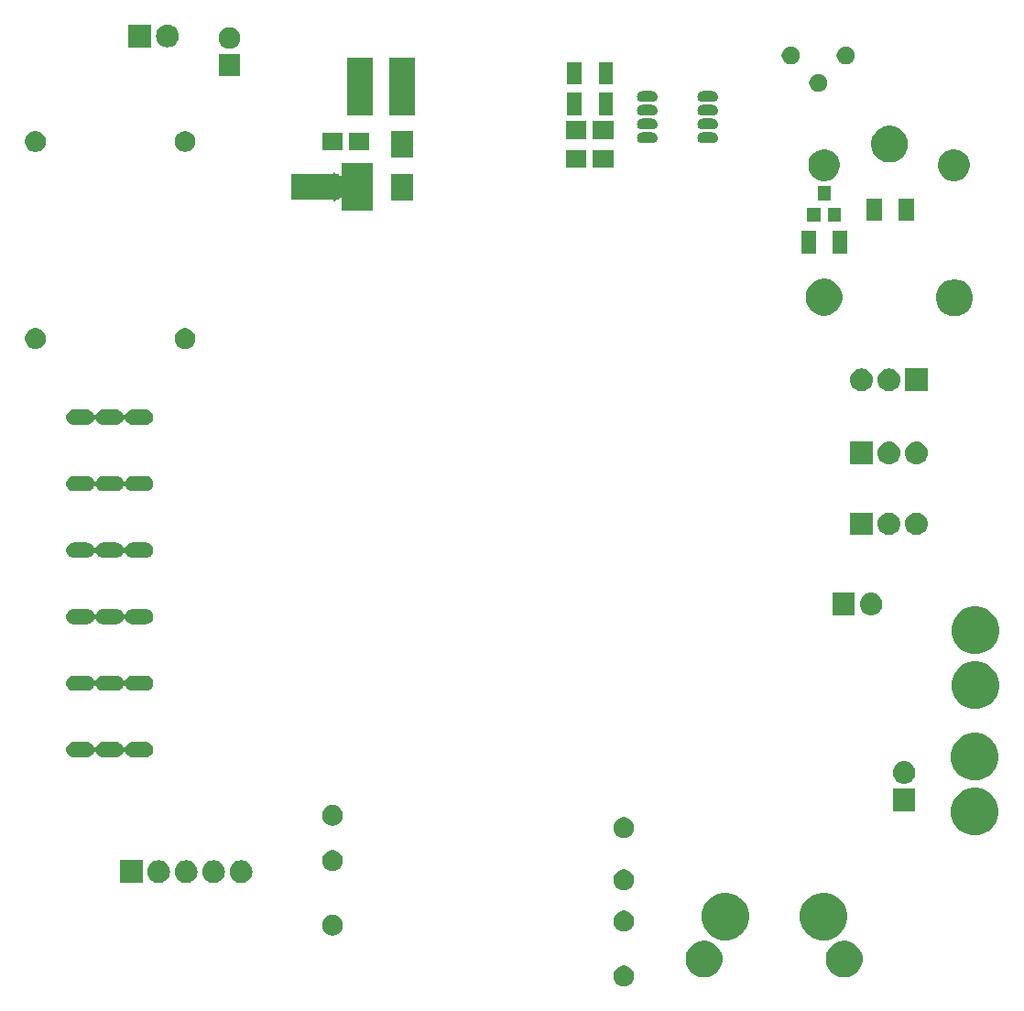
<source format=gbs>
G04 #@! TF.GenerationSoftware,KiCad,Pcbnew,(6.0.0-rc1-dev-637-g704615721)*
G04 #@! TF.CreationDate,2018-10-01T23:53:43+02:00*
G04 #@! TF.ProjectId,fan-v1.0,66616E2D76312E302E6B696361645F70,rev?*
G04 #@! TF.SameCoordinates,Original*
G04 #@! TF.FileFunction,Soldermask,Bot*
G04 #@! TF.FilePolarity,Negative*
%FSLAX46Y46*%
G04 Gerber Fmt 4.6, Leading zero omitted, Abs format (unit mm)*
G04 Created by KiCad (PCBNEW (6.0.0-rc1-dev-637-g704615721)) date 10/01/18 23:53:43*
%MOMM*%
%LPD*%
G01*
G04 APERTURE LIST*
%ADD10C,0.100000*%
G04 APERTURE END LIST*
D10*
G36*
X117476203Y-124931968D02*
X117476206Y-124931969D01*
X117476205Y-124931969D01*
X117651278Y-125004486D01*
X117651279Y-125004487D01*
X117808841Y-125109767D01*
X117942833Y-125243759D01*
X117942834Y-125243761D01*
X118048114Y-125401322D01*
X118104203Y-125536734D01*
X118120632Y-125576397D01*
X118157600Y-125762250D01*
X118157600Y-125951750D01*
X118120632Y-126137603D01*
X118120631Y-126137605D01*
X118048114Y-126312678D01*
X118048113Y-126312679D01*
X117942833Y-126470241D01*
X117808841Y-126604233D01*
X117729523Y-126657232D01*
X117651278Y-126709514D01*
X117515866Y-126765603D01*
X117476203Y-126782032D01*
X117290350Y-126819000D01*
X117100850Y-126819000D01*
X116914997Y-126782032D01*
X116875334Y-126765603D01*
X116739922Y-126709514D01*
X116661677Y-126657232D01*
X116582359Y-126604233D01*
X116448367Y-126470241D01*
X116343087Y-126312679D01*
X116343086Y-126312678D01*
X116270569Y-126137605D01*
X116270568Y-126137603D01*
X116233600Y-125951750D01*
X116233600Y-125762250D01*
X116270568Y-125576397D01*
X116286997Y-125536734D01*
X116343086Y-125401322D01*
X116448366Y-125243761D01*
X116448367Y-125243759D01*
X116582359Y-125109767D01*
X116739921Y-125004487D01*
X116739922Y-125004486D01*
X116914995Y-124931969D01*
X116914994Y-124931969D01*
X116914997Y-124931968D01*
X117100850Y-124895000D01*
X117290350Y-124895000D01*
X117476203Y-124931968D01*
X117476203Y-124931968D01*
G37*
G36*
X137952793Y-122638453D02*
X138062272Y-122660230D01*
X138371652Y-122788379D01*
X138650087Y-122974423D01*
X138886877Y-123211213D01*
X139072921Y-123489648D01*
X139201070Y-123799028D01*
X139266400Y-124127465D01*
X139266400Y-124462335D01*
X139201070Y-124790772D01*
X139072921Y-125100152D01*
X138886877Y-125378587D01*
X138650087Y-125615377D01*
X138371652Y-125801421D01*
X138062272Y-125929570D01*
X137952793Y-125951347D01*
X137733837Y-125994900D01*
X137398963Y-125994900D01*
X137180007Y-125951347D01*
X137070528Y-125929570D01*
X136761148Y-125801421D01*
X136482713Y-125615377D01*
X136245923Y-125378587D01*
X136059879Y-125100152D01*
X135931730Y-124790772D01*
X135866400Y-124462335D01*
X135866400Y-124127465D01*
X135931730Y-123799028D01*
X136059879Y-123489648D01*
X136245923Y-123211213D01*
X136482713Y-122974423D01*
X136761148Y-122788379D01*
X137070528Y-122660230D01*
X137180007Y-122638453D01*
X137398963Y-122594900D01*
X137733837Y-122594900D01*
X137952793Y-122638453D01*
X137952793Y-122638453D01*
G37*
G36*
X124998793Y-122638453D02*
X125108272Y-122660230D01*
X125417652Y-122788379D01*
X125696087Y-122974423D01*
X125932877Y-123211213D01*
X126118921Y-123489648D01*
X126247070Y-123799028D01*
X126312400Y-124127465D01*
X126312400Y-124462335D01*
X126247070Y-124790772D01*
X126118921Y-125100152D01*
X125932877Y-125378587D01*
X125696087Y-125615377D01*
X125417652Y-125801421D01*
X125108272Y-125929570D01*
X124998793Y-125951347D01*
X124779837Y-125994900D01*
X124444963Y-125994900D01*
X124226007Y-125951347D01*
X124116528Y-125929570D01*
X123807148Y-125801421D01*
X123528713Y-125615377D01*
X123291923Y-125378587D01*
X123105879Y-125100152D01*
X122977730Y-124790772D01*
X122912400Y-124462335D01*
X122912400Y-124127465D01*
X122977730Y-123799028D01*
X123105879Y-123489648D01*
X123291923Y-123211213D01*
X123528713Y-122974423D01*
X123807148Y-122788379D01*
X124116528Y-122660230D01*
X124226007Y-122638453D01*
X124444963Y-122594900D01*
X124779837Y-122594900D01*
X124998793Y-122638453D01*
X124998793Y-122638453D01*
G37*
G36*
X136303116Y-118242444D02*
X136703490Y-118408284D01*
X137063821Y-118649050D01*
X137370250Y-118955479D01*
X137611016Y-119315810D01*
X137776856Y-119716184D01*
X137861400Y-120141217D01*
X137861400Y-120574583D01*
X137776856Y-120999616D01*
X137611016Y-121399990D01*
X137370250Y-121760321D01*
X137063821Y-122066750D01*
X136703490Y-122307516D01*
X136303116Y-122473356D01*
X135878083Y-122557900D01*
X135444717Y-122557900D01*
X135019684Y-122473356D01*
X134619310Y-122307516D01*
X134258979Y-122066750D01*
X133952550Y-121760321D01*
X133711784Y-121399990D01*
X133545944Y-120999616D01*
X133461400Y-120574583D01*
X133461400Y-120141217D01*
X133545944Y-119716184D01*
X133711784Y-119315810D01*
X133952550Y-118955479D01*
X134258979Y-118649050D01*
X134619310Y-118408284D01*
X135019684Y-118242444D01*
X135444717Y-118157900D01*
X135878083Y-118157900D01*
X136303116Y-118242444D01*
X136303116Y-118242444D01*
G37*
G36*
X127222616Y-118242444D02*
X127622990Y-118408284D01*
X127983321Y-118649050D01*
X128289750Y-118955479D01*
X128530516Y-119315810D01*
X128696356Y-119716184D01*
X128780900Y-120141217D01*
X128780900Y-120574583D01*
X128696356Y-120999616D01*
X128530516Y-121399990D01*
X128289750Y-121760321D01*
X127983321Y-122066750D01*
X127622990Y-122307516D01*
X127222616Y-122473356D01*
X126797583Y-122557900D01*
X126364217Y-122557900D01*
X125939184Y-122473356D01*
X125538810Y-122307516D01*
X125178479Y-122066750D01*
X124872050Y-121760321D01*
X124631284Y-121399990D01*
X124465444Y-120999616D01*
X124380900Y-120574583D01*
X124380900Y-120141217D01*
X124465444Y-119716184D01*
X124631284Y-119315810D01*
X124872050Y-118955479D01*
X125178479Y-118649050D01*
X125538810Y-118408284D01*
X125939184Y-118242444D01*
X126364217Y-118157900D01*
X126797583Y-118157900D01*
X127222616Y-118242444D01*
X127222616Y-118242444D01*
G37*
G36*
X90552203Y-120232968D02*
X90552206Y-120232969D01*
X90552205Y-120232969D01*
X90727278Y-120305486D01*
X90750978Y-120321322D01*
X90884841Y-120410767D01*
X91018833Y-120544759D01*
X91038761Y-120574583D01*
X91124114Y-120702322D01*
X91180203Y-120837734D01*
X91196632Y-120877397D01*
X91233600Y-121063250D01*
X91233600Y-121252750D01*
X91196632Y-121438603D01*
X91196631Y-121438605D01*
X91124114Y-121613678D01*
X91071832Y-121691923D01*
X91018833Y-121771241D01*
X90884841Y-121905233D01*
X90805523Y-121958232D01*
X90727278Y-122010514D01*
X90591866Y-122066603D01*
X90552203Y-122083032D01*
X90366350Y-122120000D01*
X90176850Y-122120000D01*
X89990997Y-122083032D01*
X89951334Y-122066603D01*
X89815922Y-122010514D01*
X89737677Y-121958232D01*
X89658359Y-121905233D01*
X89524367Y-121771241D01*
X89471368Y-121691923D01*
X89419086Y-121613678D01*
X89346569Y-121438605D01*
X89346568Y-121438603D01*
X89309600Y-121252750D01*
X89309600Y-121063250D01*
X89346568Y-120877397D01*
X89362997Y-120837734D01*
X89419086Y-120702322D01*
X89504439Y-120574583D01*
X89524367Y-120544759D01*
X89658359Y-120410767D01*
X89792222Y-120321322D01*
X89815922Y-120305486D01*
X89990995Y-120232969D01*
X89990994Y-120232969D01*
X89990997Y-120232968D01*
X90176850Y-120196000D01*
X90366350Y-120196000D01*
X90552203Y-120232968D01*
X90552203Y-120232968D01*
G37*
G36*
X117476203Y-119851968D02*
X117476206Y-119851969D01*
X117476205Y-119851969D01*
X117651278Y-119924486D01*
X117651279Y-119924487D01*
X117808841Y-120029767D01*
X117942833Y-120163759D01*
X117942834Y-120163761D01*
X118048114Y-120321322D01*
X118085163Y-120410767D01*
X118120632Y-120496397D01*
X118157600Y-120682250D01*
X118157600Y-120871750D01*
X118120632Y-121057603D01*
X118104203Y-121097266D01*
X118048114Y-121232678D01*
X118048113Y-121232679D01*
X117942833Y-121390241D01*
X117808841Y-121524233D01*
X117729523Y-121577232D01*
X117651278Y-121629514D01*
X117515866Y-121685603D01*
X117476203Y-121702032D01*
X117290350Y-121739000D01*
X117100850Y-121739000D01*
X116914997Y-121702032D01*
X116875334Y-121685603D01*
X116739922Y-121629514D01*
X116661677Y-121577232D01*
X116582359Y-121524233D01*
X116448367Y-121390241D01*
X116343087Y-121232679D01*
X116343086Y-121232678D01*
X116286997Y-121097266D01*
X116270568Y-121057603D01*
X116233600Y-120871750D01*
X116233600Y-120682250D01*
X116270568Y-120496397D01*
X116306037Y-120410767D01*
X116343086Y-120321322D01*
X116448366Y-120163761D01*
X116448367Y-120163759D01*
X116582359Y-120029767D01*
X116739921Y-119924487D01*
X116739922Y-119924486D01*
X116914995Y-119851969D01*
X116914994Y-119851969D01*
X116914997Y-119851968D01*
X117100850Y-119815000D01*
X117290350Y-119815000D01*
X117476203Y-119851968D01*
X117476203Y-119851968D01*
G37*
G36*
X117476203Y-116041968D02*
X117476206Y-116041969D01*
X117476205Y-116041969D01*
X117651278Y-116114486D01*
X117651279Y-116114487D01*
X117808841Y-116219767D01*
X117942833Y-116353759D01*
X117942834Y-116353761D01*
X118048114Y-116511322D01*
X118088475Y-116608763D01*
X118120632Y-116686397D01*
X118157600Y-116872250D01*
X118157600Y-117061750D01*
X118120632Y-117247603D01*
X118120631Y-117247605D01*
X118048114Y-117422678D01*
X118048113Y-117422679D01*
X117942833Y-117580241D01*
X117808841Y-117714233D01*
X117729523Y-117767232D01*
X117651278Y-117819514D01*
X117515866Y-117875603D01*
X117476203Y-117892032D01*
X117290350Y-117929000D01*
X117100850Y-117929000D01*
X116914997Y-117892032D01*
X116875334Y-117875603D01*
X116739922Y-117819514D01*
X116661677Y-117767232D01*
X116582359Y-117714233D01*
X116448367Y-117580241D01*
X116343087Y-117422679D01*
X116343086Y-117422678D01*
X116270569Y-117247605D01*
X116270568Y-117247603D01*
X116233600Y-117061750D01*
X116233600Y-116872250D01*
X116270568Y-116686397D01*
X116302725Y-116608763D01*
X116343086Y-116511322D01*
X116448366Y-116353761D01*
X116448367Y-116353759D01*
X116582359Y-116219767D01*
X116739921Y-116114487D01*
X116739922Y-116114486D01*
X116914995Y-116041969D01*
X116914994Y-116041969D01*
X116914997Y-116041968D01*
X117100850Y-116005000D01*
X117290350Y-116005000D01*
X117476203Y-116041968D01*
X117476203Y-116041968D01*
G37*
G36*
X72703400Y-117255000D02*
X70603400Y-117255000D01*
X70603400Y-115155000D01*
X72703400Y-115155000D01*
X72703400Y-117255000D01*
X72703400Y-117255000D01*
G37*
G36*
X74322107Y-115162596D02*
X74399236Y-115170193D01*
X74531187Y-115210220D01*
X74597163Y-115230233D01*
X74779572Y-115327733D01*
X74939454Y-115458946D01*
X75070667Y-115618828D01*
X75168167Y-115801237D01*
X75188180Y-115867213D01*
X75228207Y-115999164D01*
X75248480Y-116205000D01*
X75228207Y-116410836D01*
X75197725Y-116511321D01*
X75168167Y-116608763D01*
X75070667Y-116791172D01*
X74939454Y-116951054D01*
X74779572Y-117082267D01*
X74597163Y-117179767D01*
X74531187Y-117199780D01*
X74399236Y-117239807D01*
X74322107Y-117247404D01*
X74244980Y-117255000D01*
X74141820Y-117255000D01*
X74064693Y-117247404D01*
X73987564Y-117239807D01*
X73855613Y-117199780D01*
X73789637Y-117179767D01*
X73607228Y-117082267D01*
X73447346Y-116951054D01*
X73316133Y-116791172D01*
X73218633Y-116608763D01*
X73189075Y-116511321D01*
X73158593Y-116410836D01*
X73138320Y-116205000D01*
X73158593Y-115999164D01*
X73198620Y-115867213D01*
X73218633Y-115801237D01*
X73316133Y-115618828D01*
X73447346Y-115458946D01*
X73607228Y-115327733D01*
X73789637Y-115230233D01*
X73855613Y-115210220D01*
X73987564Y-115170193D01*
X74064693Y-115162596D01*
X74141820Y-115155000D01*
X74244980Y-115155000D01*
X74322107Y-115162596D01*
X74322107Y-115162596D01*
G37*
G36*
X76862107Y-115162596D02*
X76939236Y-115170193D01*
X77071187Y-115210220D01*
X77137163Y-115230233D01*
X77319572Y-115327733D01*
X77479454Y-115458946D01*
X77610667Y-115618828D01*
X77708167Y-115801237D01*
X77728180Y-115867213D01*
X77768207Y-115999164D01*
X77788480Y-116205000D01*
X77768207Y-116410836D01*
X77737725Y-116511321D01*
X77708167Y-116608763D01*
X77610667Y-116791172D01*
X77479454Y-116951054D01*
X77319572Y-117082267D01*
X77137163Y-117179767D01*
X77071187Y-117199780D01*
X76939236Y-117239807D01*
X76862107Y-117247404D01*
X76784980Y-117255000D01*
X76681820Y-117255000D01*
X76604693Y-117247404D01*
X76527564Y-117239807D01*
X76395613Y-117199780D01*
X76329637Y-117179767D01*
X76147228Y-117082267D01*
X75987346Y-116951054D01*
X75856133Y-116791172D01*
X75758633Y-116608763D01*
X75729075Y-116511321D01*
X75698593Y-116410836D01*
X75678320Y-116205000D01*
X75698593Y-115999164D01*
X75738620Y-115867213D01*
X75758633Y-115801237D01*
X75856133Y-115618828D01*
X75987346Y-115458946D01*
X76147228Y-115327733D01*
X76329637Y-115230233D01*
X76395613Y-115210220D01*
X76527564Y-115170193D01*
X76604693Y-115162596D01*
X76681820Y-115155000D01*
X76784980Y-115155000D01*
X76862107Y-115162596D01*
X76862107Y-115162596D01*
G37*
G36*
X79402107Y-115162596D02*
X79479236Y-115170193D01*
X79611187Y-115210220D01*
X79677163Y-115230233D01*
X79859572Y-115327733D01*
X80019454Y-115458946D01*
X80150667Y-115618828D01*
X80248167Y-115801237D01*
X80268180Y-115867213D01*
X80308207Y-115999164D01*
X80328480Y-116205000D01*
X80308207Y-116410836D01*
X80277725Y-116511321D01*
X80248167Y-116608763D01*
X80150667Y-116791172D01*
X80019454Y-116951054D01*
X79859572Y-117082267D01*
X79677163Y-117179767D01*
X79611187Y-117199780D01*
X79479236Y-117239807D01*
X79402107Y-117247404D01*
X79324980Y-117255000D01*
X79221820Y-117255000D01*
X79144693Y-117247404D01*
X79067564Y-117239807D01*
X78935613Y-117199780D01*
X78869637Y-117179767D01*
X78687228Y-117082267D01*
X78527346Y-116951054D01*
X78396133Y-116791172D01*
X78298633Y-116608763D01*
X78269075Y-116511321D01*
X78238593Y-116410836D01*
X78218320Y-116205000D01*
X78238593Y-115999164D01*
X78278620Y-115867213D01*
X78298633Y-115801237D01*
X78396133Y-115618828D01*
X78527346Y-115458946D01*
X78687228Y-115327733D01*
X78869637Y-115230233D01*
X78935613Y-115210220D01*
X79067564Y-115170193D01*
X79144693Y-115162596D01*
X79221820Y-115155000D01*
X79324980Y-115155000D01*
X79402107Y-115162596D01*
X79402107Y-115162596D01*
G37*
G36*
X81942107Y-115162596D02*
X82019236Y-115170193D01*
X82151187Y-115210220D01*
X82217163Y-115230233D01*
X82399572Y-115327733D01*
X82559454Y-115458946D01*
X82690667Y-115618828D01*
X82788167Y-115801237D01*
X82808180Y-115867213D01*
X82848207Y-115999164D01*
X82868480Y-116205000D01*
X82848207Y-116410836D01*
X82817725Y-116511321D01*
X82788167Y-116608763D01*
X82690667Y-116791172D01*
X82559454Y-116951054D01*
X82399572Y-117082267D01*
X82217163Y-117179767D01*
X82151187Y-117199780D01*
X82019236Y-117239807D01*
X81942107Y-117247404D01*
X81864980Y-117255000D01*
X81761820Y-117255000D01*
X81684693Y-117247404D01*
X81607564Y-117239807D01*
X81475613Y-117199780D01*
X81409637Y-117179767D01*
X81227228Y-117082267D01*
X81067346Y-116951054D01*
X80936133Y-116791172D01*
X80838633Y-116608763D01*
X80809075Y-116511321D01*
X80778593Y-116410836D01*
X80758320Y-116205000D01*
X80778593Y-115999164D01*
X80818620Y-115867213D01*
X80838633Y-115801237D01*
X80936133Y-115618828D01*
X81067346Y-115458946D01*
X81227228Y-115327733D01*
X81409637Y-115230233D01*
X81475613Y-115210220D01*
X81607564Y-115170193D01*
X81684693Y-115162596D01*
X81761820Y-115155000D01*
X81864980Y-115155000D01*
X81942107Y-115162596D01*
X81942107Y-115162596D01*
G37*
G36*
X90552203Y-114263968D02*
X90552206Y-114263969D01*
X90552205Y-114263969D01*
X90727278Y-114336486D01*
X90727279Y-114336487D01*
X90884841Y-114441767D01*
X91018833Y-114575759D01*
X91018834Y-114575761D01*
X91124114Y-114733322D01*
X91180203Y-114868734D01*
X91196632Y-114908397D01*
X91233600Y-115094250D01*
X91233600Y-115283750D01*
X91196632Y-115469603D01*
X91196631Y-115469605D01*
X91124114Y-115644678D01*
X91124113Y-115644679D01*
X91018833Y-115802241D01*
X90884841Y-115936233D01*
X90805523Y-115989232D01*
X90727278Y-116041514D01*
X90591866Y-116097603D01*
X90552203Y-116114032D01*
X90366350Y-116151000D01*
X90176850Y-116151000D01*
X89990997Y-116114032D01*
X89951334Y-116097603D01*
X89815922Y-116041514D01*
X89737677Y-115989232D01*
X89658359Y-115936233D01*
X89524367Y-115802241D01*
X89419087Y-115644679D01*
X89419086Y-115644678D01*
X89346569Y-115469605D01*
X89346568Y-115469603D01*
X89309600Y-115283750D01*
X89309600Y-115094250D01*
X89346568Y-114908397D01*
X89362997Y-114868734D01*
X89419086Y-114733322D01*
X89524366Y-114575761D01*
X89524367Y-114575759D01*
X89658359Y-114441767D01*
X89815921Y-114336487D01*
X89815922Y-114336486D01*
X89990995Y-114263969D01*
X89990994Y-114263969D01*
X89990997Y-114263968D01*
X90176850Y-114227000D01*
X90366350Y-114227000D01*
X90552203Y-114263968D01*
X90552203Y-114263968D01*
G37*
G36*
X117476203Y-111215968D02*
X117476206Y-111215969D01*
X117476205Y-111215969D01*
X117651278Y-111288486D01*
X117651279Y-111288487D01*
X117808841Y-111393767D01*
X117942833Y-111527759D01*
X117942834Y-111527761D01*
X118048114Y-111685322D01*
X118072930Y-111745234D01*
X118120632Y-111860397D01*
X118157600Y-112046250D01*
X118157600Y-112235750D01*
X118120632Y-112421603D01*
X118120631Y-112421605D01*
X118048114Y-112596678D01*
X118048113Y-112596679D01*
X117942833Y-112754241D01*
X117808841Y-112888233D01*
X117729523Y-112941232D01*
X117651278Y-112993514D01*
X117515866Y-113049603D01*
X117476203Y-113066032D01*
X117290350Y-113103000D01*
X117100850Y-113103000D01*
X116914997Y-113066032D01*
X116875334Y-113049603D01*
X116739922Y-112993514D01*
X116661677Y-112941232D01*
X116582359Y-112888233D01*
X116448367Y-112754241D01*
X116343087Y-112596679D01*
X116343086Y-112596678D01*
X116270569Y-112421605D01*
X116270568Y-112421603D01*
X116233600Y-112235750D01*
X116233600Y-112046250D01*
X116270568Y-111860397D01*
X116318270Y-111745234D01*
X116343086Y-111685322D01*
X116448366Y-111527761D01*
X116448367Y-111527759D01*
X116582359Y-111393767D01*
X116739921Y-111288487D01*
X116739922Y-111288486D01*
X116914995Y-111215969D01*
X116914994Y-111215969D01*
X116914997Y-111215968D01*
X117100850Y-111179000D01*
X117290350Y-111179000D01*
X117476203Y-111215968D01*
X117476203Y-111215968D01*
G37*
G36*
X150273116Y-108552344D02*
X150673490Y-108718184D01*
X151033821Y-108958950D01*
X151340250Y-109265379D01*
X151581016Y-109625710D01*
X151746856Y-110026084D01*
X151831400Y-110451117D01*
X151831400Y-110884483D01*
X151746856Y-111309516D01*
X151581016Y-111709890D01*
X151340250Y-112070221D01*
X151033821Y-112376650D01*
X150673490Y-112617416D01*
X150273116Y-112783256D01*
X149848083Y-112867800D01*
X149414717Y-112867800D01*
X148989684Y-112783256D01*
X148589310Y-112617416D01*
X148228979Y-112376650D01*
X147922550Y-112070221D01*
X147681784Y-111709890D01*
X147515944Y-111309516D01*
X147431400Y-110884483D01*
X147431400Y-110451117D01*
X147515944Y-110026084D01*
X147681784Y-109625710D01*
X147922550Y-109265379D01*
X148228979Y-108958950D01*
X148589310Y-108718184D01*
X148989684Y-108552344D01*
X149414717Y-108467800D01*
X149848083Y-108467800D01*
X150273116Y-108552344D01*
X150273116Y-108552344D01*
G37*
G36*
X90552203Y-110072968D02*
X90552206Y-110072969D01*
X90552205Y-110072969D01*
X90727278Y-110145486D01*
X90727279Y-110145487D01*
X90884841Y-110250767D01*
X91018833Y-110384759D01*
X91071832Y-110464077D01*
X91124114Y-110542322D01*
X91180203Y-110677734D01*
X91196632Y-110717397D01*
X91233600Y-110903250D01*
X91233600Y-111092750D01*
X91196632Y-111278603D01*
X91196631Y-111278605D01*
X91124114Y-111453678D01*
X91124113Y-111453679D01*
X91018833Y-111611241D01*
X90884841Y-111745233D01*
X90805523Y-111798232D01*
X90727278Y-111850514D01*
X90591866Y-111906603D01*
X90552203Y-111923032D01*
X90366350Y-111960000D01*
X90176850Y-111960000D01*
X89990997Y-111923032D01*
X89951334Y-111906603D01*
X89815922Y-111850514D01*
X89737677Y-111798232D01*
X89658359Y-111745233D01*
X89524367Y-111611241D01*
X89419087Y-111453679D01*
X89419086Y-111453678D01*
X89346569Y-111278605D01*
X89346568Y-111278603D01*
X89309600Y-111092750D01*
X89309600Y-110903250D01*
X89346568Y-110717397D01*
X89362997Y-110677734D01*
X89419086Y-110542322D01*
X89471368Y-110464077D01*
X89524367Y-110384759D01*
X89658359Y-110250767D01*
X89815921Y-110145487D01*
X89815922Y-110145486D01*
X89990995Y-110072969D01*
X89990994Y-110072969D01*
X89990997Y-110072968D01*
X90176850Y-110036000D01*
X90366350Y-110036000D01*
X90552203Y-110072968D01*
X90552203Y-110072968D01*
G37*
G36*
X144153600Y-110625600D02*
X142053600Y-110625600D01*
X142053600Y-108525600D01*
X144153600Y-108525600D01*
X144153600Y-110625600D01*
X144153600Y-110625600D01*
G37*
G36*
X143232307Y-105993197D02*
X143309436Y-106000793D01*
X143441387Y-106040820D01*
X143507363Y-106060833D01*
X143689772Y-106158333D01*
X143849654Y-106289546D01*
X143980867Y-106449428D01*
X144078367Y-106631837D01*
X144078367Y-106631838D01*
X144138407Y-106829764D01*
X144158680Y-107035600D01*
X144138407Y-107241436D01*
X144121658Y-107296650D01*
X144078367Y-107439363D01*
X143980867Y-107621772D01*
X143849654Y-107781654D01*
X143689772Y-107912867D01*
X143507363Y-108010367D01*
X143441387Y-108030380D01*
X143309436Y-108070407D01*
X143232307Y-108078003D01*
X143155180Y-108085600D01*
X143052020Y-108085600D01*
X142974893Y-108078003D01*
X142897764Y-108070407D01*
X142765813Y-108030380D01*
X142699837Y-108010367D01*
X142517428Y-107912867D01*
X142357546Y-107781654D01*
X142226333Y-107621772D01*
X142128833Y-107439363D01*
X142085542Y-107296650D01*
X142068793Y-107241436D01*
X142048520Y-107035600D01*
X142068793Y-106829764D01*
X142128833Y-106631838D01*
X142128833Y-106631837D01*
X142226333Y-106449428D01*
X142357546Y-106289546D01*
X142517428Y-106158333D01*
X142699837Y-106060833D01*
X142765813Y-106040820D01*
X142897764Y-106000793D01*
X142974893Y-105993197D01*
X143052020Y-105985600D01*
X143155180Y-105985600D01*
X143232307Y-105993197D01*
X143232307Y-105993197D01*
G37*
G36*
X150273116Y-103472344D02*
X150673490Y-103638184D01*
X151033821Y-103878950D01*
X151340250Y-104185379D01*
X151581016Y-104545710D01*
X151746856Y-104946084D01*
X151831400Y-105371117D01*
X151831400Y-105804483D01*
X151746856Y-106229516D01*
X151581016Y-106629890D01*
X151340250Y-106990221D01*
X151033821Y-107296650D01*
X150673490Y-107537416D01*
X150273116Y-107703256D01*
X149848083Y-107787800D01*
X149414717Y-107787800D01*
X148989684Y-107703256D01*
X148589310Y-107537416D01*
X148228979Y-107296650D01*
X147922550Y-106990221D01*
X147681784Y-106629890D01*
X147515944Y-106229516D01*
X147431400Y-105804483D01*
X147431400Y-105371117D01*
X147515944Y-104946084D01*
X147681784Y-104545710D01*
X147922550Y-104185379D01*
X148228979Y-103878950D01*
X148589310Y-103638184D01*
X148989684Y-103472344D01*
X149414717Y-103387800D01*
X149848083Y-103387800D01*
X150273116Y-103472344D01*
X150273116Y-103472344D01*
G37*
G36*
X67691624Y-104237528D02*
X67823575Y-104277555D01*
X67945181Y-104342555D01*
X68051770Y-104430030D01*
X68139245Y-104536619D01*
X68203065Y-104656018D01*
X68216674Y-104676384D01*
X68234001Y-104693711D01*
X68254375Y-104707325D01*
X68277014Y-104716703D01*
X68301048Y-104721483D01*
X68325552Y-104721483D01*
X68349586Y-104716703D01*
X68372225Y-104707325D01*
X68392599Y-104693711D01*
X68409926Y-104676384D01*
X68423535Y-104656018D01*
X68487355Y-104536619D01*
X68574830Y-104430030D01*
X68681419Y-104342555D01*
X68803025Y-104277555D01*
X68934976Y-104237528D01*
X69037810Y-104227400D01*
X70306590Y-104227400D01*
X70409424Y-104237528D01*
X70541375Y-104277555D01*
X70662981Y-104342555D01*
X70769570Y-104430030D01*
X70857045Y-104536619D01*
X70920865Y-104656018D01*
X70934474Y-104676384D01*
X70951801Y-104693711D01*
X70972175Y-104707325D01*
X70994814Y-104716703D01*
X71018848Y-104721483D01*
X71043352Y-104721483D01*
X71067386Y-104716703D01*
X71090025Y-104707325D01*
X71110399Y-104693711D01*
X71127726Y-104676384D01*
X71141335Y-104656018D01*
X71205155Y-104536619D01*
X71292630Y-104430030D01*
X71399219Y-104342555D01*
X71520825Y-104277555D01*
X71652776Y-104237528D01*
X71755610Y-104227400D01*
X73024390Y-104227400D01*
X73127224Y-104237528D01*
X73259175Y-104277555D01*
X73380781Y-104342555D01*
X73487370Y-104430030D01*
X73574845Y-104536619D01*
X73639845Y-104658225D01*
X73679872Y-104790176D01*
X73693387Y-104927400D01*
X73679872Y-105064624D01*
X73639845Y-105196575D01*
X73574845Y-105318181D01*
X73487370Y-105424770D01*
X73380781Y-105512245D01*
X73259175Y-105577245D01*
X73127224Y-105617272D01*
X73024390Y-105627400D01*
X71755610Y-105627400D01*
X71652776Y-105617272D01*
X71520825Y-105577245D01*
X71399219Y-105512245D01*
X71292630Y-105424770D01*
X71205155Y-105318181D01*
X71141335Y-105198782D01*
X71127726Y-105178416D01*
X71110399Y-105161089D01*
X71090025Y-105147475D01*
X71067386Y-105138097D01*
X71043352Y-105133317D01*
X71018848Y-105133317D01*
X70994814Y-105138097D01*
X70972175Y-105147475D01*
X70951801Y-105161089D01*
X70934474Y-105178416D01*
X70920865Y-105198782D01*
X70857045Y-105318181D01*
X70769570Y-105424770D01*
X70662981Y-105512245D01*
X70541375Y-105577245D01*
X70409424Y-105617272D01*
X70306590Y-105627400D01*
X69037810Y-105627400D01*
X68934976Y-105617272D01*
X68803025Y-105577245D01*
X68681419Y-105512245D01*
X68574830Y-105424770D01*
X68487355Y-105318181D01*
X68423535Y-105198782D01*
X68409926Y-105178416D01*
X68392599Y-105161089D01*
X68372225Y-105147475D01*
X68349586Y-105138097D01*
X68325552Y-105133317D01*
X68301048Y-105133317D01*
X68277014Y-105138097D01*
X68254375Y-105147475D01*
X68234001Y-105161089D01*
X68216674Y-105178416D01*
X68203065Y-105198782D01*
X68139245Y-105318181D01*
X68051770Y-105424770D01*
X67945181Y-105512245D01*
X67823575Y-105577245D01*
X67691624Y-105617272D01*
X67588790Y-105627400D01*
X66320010Y-105627400D01*
X66217176Y-105617272D01*
X66085225Y-105577245D01*
X65963619Y-105512245D01*
X65857030Y-105424770D01*
X65769555Y-105318181D01*
X65704555Y-105196575D01*
X65664528Y-105064624D01*
X65651013Y-104927400D01*
X65664528Y-104790176D01*
X65704555Y-104658225D01*
X65769555Y-104536619D01*
X65857030Y-104430030D01*
X65963619Y-104342555D01*
X66085225Y-104277555D01*
X66217176Y-104237528D01*
X66320010Y-104227400D01*
X67588790Y-104227400D01*
X67691624Y-104237528D01*
X67691624Y-104237528D01*
G37*
G36*
X150323916Y-96868344D02*
X150724290Y-97034184D01*
X151084621Y-97274950D01*
X151391050Y-97581379D01*
X151631816Y-97941710D01*
X151797656Y-98342084D01*
X151882200Y-98767117D01*
X151882200Y-99200483D01*
X151797656Y-99625516D01*
X151631816Y-100025890D01*
X151391050Y-100386221D01*
X151084621Y-100692650D01*
X150724290Y-100933416D01*
X150323916Y-101099256D01*
X149898883Y-101183800D01*
X149465517Y-101183800D01*
X149040484Y-101099256D01*
X148640110Y-100933416D01*
X148279779Y-100692650D01*
X147973350Y-100386221D01*
X147732584Y-100025890D01*
X147566744Y-99625516D01*
X147482200Y-99200483D01*
X147482200Y-98767117D01*
X147566744Y-98342084D01*
X147732584Y-97941710D01*
X147973350Y-97581379D01*
X148279779Y-97274950D01*
X148640110Y-97034184D01*
X149040484Y-96868344D01*
X149465517Y-96783800D01*
X149898883Y-96783800D01*
X150323916Y-96868344D01*
X150323916Y-96868344D01*
G37*
G36*
X67691624Y-98090728D02*
X67823575Y-98130755D01*
X67945181Y-98195755D01*
X68051770Y-98283230D01*
X68139245Y-98389819D01*
X68203065Y-98509218D01*
X68216674Y-98529584D01*
X68234001Y-98546911D01*
X68254375Y-98560525D01*
X68277014Y-98569903D01*
X68301048Y-98574683D01*
X68325552Y-98574683D01*
X68349586Y-98569903D01*
X68372225Y-98560525D01*
X68392599Y-98546911D01*
X68409926Y-98529584D01*
X68423535Y-98509218D01*
X68487355Y-98389819D01*
X68574830Y-98283230D01*
X68681419Y-98195755D01*
X68803025Y-98130755D01*
X68934976Y-98090728D01*
X69037810Y-98080600D01*
X70306590Y-98080600D01*
X70409424Y-98090728D01*
X70541375Y-98130755D01*
X70662981Y-98195755D01*
X70769570Y-98283230D01*
X70857045Y-98389819D01*
X70920865Y-98509218D01*
X70934474Y-98529584D01*
X70951801Y-98546911D01*
X70972175Y-98560525D01*
X70994814Y-98569903D01*
X71018848Y-98574683D01*
X71043352Y-98574683D01*
X71067386Y-98569903D01*
X71090025Y-98560525D01*
X71110399Y-98546911D01*
X71127726Y-98529584D01*
X71141335Y-98509218D01*
X71205155Y-98389819D01*
X71292630Y-98283230D01*
X71399219Y-98195755D01*
X71520825Y-98130755D01*
X71652776Y-98090728D01*
X71755610Y-98080600D01*
X73024390Y-98080600D01*
X73127224Y-98090728D01*
X73259175Y-98130755D01*
X73380781Y-98195755D01*
X73487370Y-98283230D01*
X73574845Y-98389819D01*
X73639845Y-98511425D01*
X73679872Y-98643376D01*
X73693387Y-98780600D01*
X73679872Y-98917824D01*
X73639845Y-99049775D01*
X73574845Y-99171381D01*
X73487370Y-99277970D01*
X73380781Y-99365445D01*
X73259175Y-99430445D01*
X73127224Y-99470472D01*
X73024390Y-99480600D01*
X71755610Y-99480600D01*
X71652776Y-99470472D01*
X71520825Y-99430445D01*
X71399219Y-99365445D01*
X71292630Y-99277970D01*
X71205155Y-99171381D01*
X71141335Y-99051982D01*
X71127726Y-99031616D01*
X71110399Y-99014289D01*
X71090025Y-99000675D01*
X71067386Y-98991297D01*
X71043352Y-98986517D01*
X71018848Y-98986517D01*
X70994814Y-98991297D01*
X70972175Y-99000675D01*
X70951801Y-99014289D01*
X70934474Y-99031616D01*
X70920865Y-99051982D01*
X70857045Y-99171381D01*
X70769570Y-99277970D01*
X70662981Y-99365445D01*
X70541375Y-99430445D01*
X70409424Y-99470472D01*
X70306590Y-99480600D01*
X69037810Y-99480600D01*
X68934976Y-99470472D01*
X68803025Y-99430445D01*
X68681419Y-99365445D01*
X68574830Y-99277970D01*
X68487355Y-99171381D01*
X68423535Y-99051982D01*
X68409926Y-99031616D01*
X68392599Y-99014289D01*
X68372225Y-99000675D01*
X68349586Y-98991297D01*
X68325552Y-98986517D01*
X68301048Y-98986517D01*
X68277014Y-98991297D01*
X68254375Y-99000675D01*
X68234001Y-99014289D01*
X68216674Y-99031616D01*
X68203065Y-99051982D01*
X68139245Y-99171381D01*
X68051770Y-99277970D01*
X67945181Y-99365445D01*
X67823575Y-99430445D01*
X67691624Y-99470472D01*
X67588790Y-99480600D01*
X66320010Y-99480600D01*
X66217176Y-99470472D01*
X66085225Y-99430445D01*
X65963619Y-99365445D01*
X65857030Y-99277970D01*
X65769555Y-99171381D01*
X65704555Y-99049775D01*
X65664528Y-98917824D01*
X65651013Y-98780600D01*
X65664528Y-98643376D01*
X65704555Y-98511425D01*
X65769555Y-98389819D01*
X65857030Y-98283230D01*
X65963619Y-98195755D01*
X66085225Y-98130755D01*
X66217176Y-98090728D01*
X66320010Y-98080600D01*
X67588790Y-98080600D01*
X67691624Y-98090728D01*
X67691624Y-98090728D01*
G37*
G36*
X150323916Y-91788344D02*
X150724290Y-91954184D01*
X151084621Y-92194950D01*
X151391050Y-92501379D01*
X151631816Y-92861710D01*
X151797656Y-93262084D01*
X151882200Y-93687117D01*
X151882200Y-94120483D01*
X151797656Y-94545516D01*
X151631816Y-94945890D01*
X151391050Y-95306221D01*
X151084621Y-95612650D01*
X150724290Y-95853416D01*
X150323916Y-96019256D01*
X149898883Y-96103800D01*
X149465517Y-96103800D01*
X149040484Y-96019256D01*
X148640110Y-95853416D01*
X148279779Y-95612650D01*
X147973350Y-95306221D01*
X147732584Y-94945890D01*
X147566744Y-94545516D01*
X147482200Y-94120483D01*
X147482200Y-93687117D01*
X147566744Y-93262084D01*
X147732584Y-92861710D01*
X147973350Y-92501379D01*
X148279779Y-92194950D01*
X148640110Y-91954184D01*
X149040484Y-91788344D01*
X149465517Y-91703800D01*
X149898883Y-91703800D01*
X150323916Y-91788344D01*
X150323916Y-91788344D01*
G37*
G36*
X67691624Y-91943928D02*
X67823575Y-91983955D01*
X67945181Y-92048955D01*
X68051770Y-92136430D01*
X68139245Y-92243019D01*
X68203065Y-92362418D01*
X68216674Y-92382784D01*
X68234001Y-92400111D01*
X68254375Y-92413725D01*
X68277014Y-92423103D01*
X68301048Y-92427883D01*
X68325552Y-92427883D01*
X68349586Y-92423103D01*
X68372225Y-92413725D01*
X68392599Y-92400111D01*
X68409926Y-92382784D01*
X68423535Y-92362418D01*
X68487355Y-92243019D01*
X68574830Y-92136430D01*
X68681419Y-92048955D01*
X68803025Y-91983955D01*
X68934976Y-91943928D01*
X69037810Y-91933800D01*
X70306590Y-91933800D01*
X70409424Y-91943928D01*
X70541375Y-91983955D01*
X70662981Y-92048955D01*
X70769570Y-92136430D01*
X70857045Y-92243019D01*
X70920865Y-92362418D01*
X70934474Y-92382784D01*
X70951801Y-92400111D01*
X70972175Y-92413725D01*
X70994814Y-92423103D01*
X71018848Y-92427883D01*
X71043352Y-92427883D01*
X71067386Y-92423103D01*
X71090025Y-92413725D01*
X71110399Y-92400111D01*
X71127726Y-92382784D01*
X71141335Y-92362418D01*
X71205155Y-92243019D01*
X71292630Y-92136430D01*
X71399219Y-92048955D01*
X71520825Y-91983955D01*
X71652776Y-91943928D01*
X71755610Y-91933800D01*
X73024390Y-91933800D01*
X73127224Y-91943928D01*
X73259175Y-91983955D01*
X73380781Y-92048955D01*
X73487370Y-92136430D01*
X73574845Y-92243019D01*
X73639845Y-92364625D01*
X73679872Y-92496576D01*
X73693387Y-92633800D01*
X73679872Y-92771024D01*
X73639845Y-92902975D01*
X73574845Y-93024581D01*
X73487370Y-93131170D01*
X73380781Y-93218645D01*
X73259175Y-93283645D01*
X73127224Y-93323672D01*
X73024390Y-93333800D01*
X71755610Y-93333800D01*
X71652776Y-93323672D01*
X71520825Y-93283645D01*
X71399219Y-93218645D01*
X71292630Y-93131170D01*
X71205155Y-93024581D01*
X71141335Y-92905182D01*
X71127726Y-92884816D01*
X71110399Y-92867489D01*
X71090025Y-92853875D01*
X71067386Y-92844497D01*
X71043352Y-92839717D01*
X71018848Y-92839717D01*
X70994814Y-92844497D01*
X70972175Y-92853875D01*
X70951801Y-92867489D01*
X70934474Y-92884816D01*
X70920865Y-92905182D01*
X70857045Y-93024581D01*
X70769570Y-93131170D01*
X70662981Y-93218645D01*
X70541375Y-93283645D01*
X70409424Y-93323672D01*
X70306590Y-93333800D01*
X69037810Y-93333800D01*
X68934976Y-93323672D01*
X68803025Y-93283645D01*
X68681419Y-93218645D01*
X68574830Y-93131170D01*
X68487355Y-93024581D01*
X68423535Y-92905182D01*
X68409926Y-92884816D01*
X68392599Y-92867489D01*
X68372225Y-92853875D01*
X68349586Y-92844497D01*
X68325552Y-92839717D01*
X68301048Y-92839717D01*
X68277014Y-92844497D01*
X68254375Y-92853875D01*
X68234001Y-92867489D01*
X68216674Y-92884816D01*
X68203065Y-92905182D01*
X68139245Y-93024581D01*
X68051770Y-93131170D01*
X67945181Y-93218645D01*
X67823575Y-93283645D01*
X67691624Y-93323672D01*
X67588790Y-93333800D01*
X66320010Y-93333800D01*
X66217176Y-93323672D01*
X66085225Y-93283645D01*
X65963619Y-93218645D01*
X65857030Y-93131170D01*
X65769555Y-93024581D01*
X65704555Y-92902975D01*
X65664528Y-92771024D01*
X65651013Y-92633800D01*
X65664528Y-92496576D01*
X65704555Y-92364625D01*
X65769555Y-92243019D01*
X65857030Y-92136430D01*
X65963619Y-92048955D01*
X66085225Y-91983955D01*
X66217176Y-91943928D01*
X66320010Y-91933800D01*
X67588790Y-91933800D01*
X67691624Y-91943928D01*
X67691624Y-91943928D01*
G37*
G36*
X140184307Y-90435697D02*
X140261436Y-90443293D01*
X140393387Y-90483320D01*
X140459363Y-90503333D01*
X140641772Y-90600833D01*
X140801654Y-90732046D01*
X140932867Y-90891928D01*
X141030367Y-91074337D01*
X141030367Y-91074338D01*
X141090407Y-91272264D01*
X141110680Y-91478100D01*
X141090407Y-91683936D01*
X141084381Y-91703800D01*
X141030367Y-91881863D01*
X140932867Y-92064272D01*
X140801654Y-92224154D01*
X140641772Y-92355367D01*
X140459363Y-92452867D01*
X140393387Y-92472880D01*
X140261436Y-92512907D01*
X140184307Y-92520503D01*
X140107180Y-92528100D01*
X140004020Y-92528100D01*
X139926893Y-92520503D01*
X139849764Y-92512907D01*
X139717813Y-92472880D01*
X139651837Y-92452867D01*
X139469428Y-92355367D01*
X139309546Y-92224154D01*
X139178333Y-92064272D01*
X139080833Y-91881863D01*
X139026819Y-91703800D01*
X139020793Y-91683936D01*
X139000520Y-91478100D01*
X139020793Y-91272264D01*
X139080833Y-91074338D01*
X139080833Y-91074337D01*
X139178333Y-90891928D01*
X139309546Y-90732046D01*
X139469428Y-90600833D01*
X139651837Y-90503333D01*
X139717813Y-90483320D01*
X139849764Y-90443293D01*
X139926893Y-90435697D01*
X140004020Y-90428100D01*
X140107180Y-90428100D01*
X140184307Y-90435697D01*
X140184307Y-90435697D01*
G37*
G36*
X138565600Y-92528100D02*
X136465600Y-92528100D01*
X136465600Y-90428100D01*
X138565600Y-90428100D01*
X138565600Y-92528100D01*
X138565600Y-92528100D01*
G37*
G36*
X67691624Y-85797128D02*
X67823575Y-85837155D01*
X67945181Y-85902155D01*
X68051770Y-85989630D01*
X68139245Y-86096219D01*
X68203065Y-86215618D01*
X68216674Y-86235984D01*
X68234001Y-86253311D01*
X68254375Y-86266925D01*
X68277014Y-86276303D01*
X68301048Y-86281083D01*
X68325552Y-86281083D01*
X68349586Y-86276303D01*
X68372225Y-86266925D01*
X68392599Y-86253311D01*
X68409926Y-86235984D01*
X68423535Y-86215618D01*
X68487355Y-86096219D01*
X68574830Y-85989630D01*
X68681419Y-85902155D01*
X68803025Y-85837155D01*
X68934976Y-85797128D01*
X69037810Y-85787000D01*
X70306590Y-85787000D01*
X70409424Y-85797128D01*
X70541375Y-85837155D01*
X70662981Y-85902155D01*
X70769570Y-85989630D01*
X70857045Y-86096219D01*
X70920865Y-86215618D01*
X70934474Y-86235984D01*
X70951801Y-86253311D01*
X70972175Y-86266925D01*
X70994814Y-86276303D01*
X71018848Y-86281083D01*
X71043352Y-86281083D01*
X71067386Y-86276303D01*
X71090025Y-86266925D01*
X71110399Y-86253311D01*
X71127726Y-86235984D01*
X71141335Y-86215618D01*
X71205155Y-86096219D01*
X71292630Y-85989630D01*
X71399219Y-85902155D01*
X71520825Y-85837155D01*
X71652776Y-85797128D01*
X71755610Y-85787000D01*
X73024390Y-85787000D01*
X73127224Y-85797128D01*
X73259175Y-85837155D01*
X73380781Y-85902155D01*
X73487370Y-85989630D01*
X73574845Y-86096219D01*
X73639845Y-86217825D01*
X73679872Y-86349776D01*
X73693387Y-86487000D01*
X73679872Y-86624224D01*
X73639845Y-86756175D01*
X73574845Y-86877781D01*
X73487370Y-86984370D01*
X73380781Y-87071845D01*
X73259175Y-87136845D01*
X73127224Y-87176872D01*
X73024390Y-87187000D01*
X71755610Y-87187000D01*
X71652776Y-87176872D01*
X71520825Y-87136845D01*
X71399219Y-87071845D01*
X71292630Y-86984370D01*
X71205155Y-86877781D01*
X71141335Y-86758382D01*
X71127726Y-86738016D01*
X71110399Y-86720689D01*
X71090025Y-86707075D01*
X71067386Y-86697697D01*
X71043352Y-86692917D01*
X71018848Y-86692917D01*
X70994814Y-86697697D01*
X70972175Y-86707075D01*
X70951801Y-86720689D01*
X70934474Y-86738016D01*
X70920865Y-86758382D01*
X70857045Y-86877781D01*
X70769570Y-86984370D01*
X70662981Y-87071845D01*
X70541375Y-87136845D01*
X70409424Y-87176872D01*
X70306590Y-87187000D01*
X69037810Y-87187000D01*
X68934976Y-87176872D01*
X68803025Y-87136845D01*
X68681419Y-87071845D01*
X68574830Y-86984370D01*
X68487355Y-86877781D01*
X68423535Y-86758382D01*
X68409926Y-86738016D01*
X68392599Y-86720689D01*
X68372225Y-86707075D01*
X68349586Y-86697697D01*
X68325552Y-86692917D01*
X68301048Y-86692917D01*
X68277014Y-86697697D01*
X68254375Y-86707075D01*
X68234001Y-86720689D01*
X68216674Y-86738016D01*
X68203065Y-86758382D01*
X68139245Y-86877781D01*
X68051770Y-86984370D01*
X67945181Y-87071845D01*
X67823575Y-87136845D01*
X67691624Y-87176872D01*
X67588790Y-87187000D01*
X66320010Y-87187000D01*
X66217176Y-87176872D01*
X66085225Y-87136845D01*
X65963619Y-87071845D01*
X65857030Y-86984370D01*
X65769555Y-86877781D01*
X65704555Y-86756175D01*
X65664528Y-86624224D01*
X65651013Y-86487000D01*
X65664528Y-86349776D01*
X65704555Y-86217825D01*
X65769555Y-86096219D01*
X65857030Y-85989630D01*
X65963619Y-85902155D01*
X66085225Y-85837155D01*
X66217176Y-85797128D01*
X66320010Y-85787000D01*
X67588790Y-85787000D01*
X67691624Y-85797128D01*
X67691624Y-85797128D01*
G37*
G36*
X140216600Y-85098600D02*
X138116600Y-85098600D01*
X138116600Y-82998600D01*
X140216600Y-82998600D01*
X140216600Y-85098600D01*
X140216600Y-85098600D01*
G37*
G36*
X141835307Y-83006197D02*
X141912436Y-83013793D01*
X142044387Y-83053820D01*
X142110363Y-83073833D01*
X142292772Y-83171333D01*
X142452654Y-83302546D01*
X142583867Y-83462428D01*
X142681367Y-83644837D01*
X142681367Y-83644838D01*
X142741407Y-83842764D01*
X142761680Y-84048600D01*
X142741407Y-84254436D01*
X142701380Y-84386387D01*
X142681367Y-84452363D01*
X142583867Y-84634772D01*
X142452654Y-84794654D01*
X142292772Y-84925867D01*
X142110363Y-85023367D01*
X142044387Y-85043380D01*
X141912436Y-85083407D01*
X141835307Y-85091004D01*
X141758180Y-85098600D01*
X141655020Y-85098600D01*
X141577893Y-85091004D01*
X141500764Y-85083407D01*
X141368813Y-85043380D01*
X141302837Y-85023367D01*
X141120428Y-84925867D01*
X140960546Y-84794654D01*
X140829333Y-84634772D01*
X140731833Y-84452363D01*
X140711820Y-84386387D01*
X140671793Y-84254436D01*
X140651520Y-84048600D01*
X140671793Y-83842764D01*
X140731833Y-83644838D01*
X140731833Y-83644837D01*
X140829333Y-83462428D01*
X140960546Y-83302546D01*
X141120428Y-83171333D01*
X141302837Y-83073833D01*
X141368813Y-83053820D01*
X141500764Y-83013793D01*
X141577893Y-83006197D01*
X141655020Y-82998600D01*
X141758180Y-82998600D01*
X141835307Y-83006197D01*
X141835307Y-83006197D01*
G37*
G36*
X144375307Y-83006197D02*
X144452436Y-83013793D01*
X144584387Y-83053820D01*
X144650363Y-83073833D01*
X144832772Y-83171333D01*
X144992654Y-83302546D01*
X145123867Y-83462428D01*
X145221367Y-83644837D01*
X145221367Y-83644838D01*
X145281407Y-83842764D01*
X145301680Y-84048600D01*
X145281407Y-84254436D01*
X145241380Y-84386387D01*
X145221367Y-84452363D01*
X145123867Y-84634772D01*
X144992654Y-84794654D01*
X144832772Y-84925867D01*
X144650363Y-85023367D01*
X144584387Y-85043380D01*
X144452436Y-85083407D01*
X144375307Y-85091004D01*
X144298180Y-85098600D01*
X144195020Y-85098600D01*
X144117893Y-85091004D01*
X144040764Y-85083407D01*
X143908813Y-85043380D01*
X143842837Y-85023367D01*
X143660428Y-84925867D01*
X143500546Y-84794654D01*
X143369333Y-84634772D01*
X143271833Y-84452363D01*
X143251820Y-84386387D01*
X143211793Y-84254436D01*
X143191520Y-84048600D01*
X143211793Y-83842764D01*
X143271833Y-83644838D01*
X143271833Y-83644837D01*
X143369333Y-83462428D01*
X143500546Y-83302546D01*
X143660428Y-83171333D01*
X143842837Y-83073833D01*
X143908813Y-83053820D01*
X144040764Y-83013793D01*
X144117893Y-83006197D01*
X144195020Y-82998600D01*
X144298180Y-82998600D01*
X144375307Y-83006197D01*
X144375307Y-83006197D01*
G37*
G36*
X67691624Y-79650328D02*
X67823575Y-79690355D01*
X67945181Y-79755355D01*
X68051770Y-79842830D01*
X68139245Y-79949419D01*
X68203065Y-80068818D01*
X68216674Y-80089184D01*
X68234001Y-80106511D01*
X68254375Y-80120125D01*
X68277014Y-80129503D01*
X68301048Y-80134283D01*
X68325552Y-80134283D01*
X68349586Y-80129503D01*
X68372225Y-80120125D01*
X68392599Y-80106511D01*
X68409926Y-80089184D01*
X68423535Y-80068818D01*
X68487355Y-79949419D01*
X68574830Y-79842830D01*
X68681419Y-79755355D01*
X68803025Y-79690355D01*
X68934976Y-79650328D01*
X69037810Y-79640200D01*
X70306590Y-79640200D01*
X70409424Y-79650328D01*
X70541375Y-79690355D01*
X70662981Y-79755355D01*
X70769570Y-79842830D01*
X70857045Y-79949419D01*
X70920865Y-80068818D01*
X70934474Y-80089184D01*
X70951801Y-80106511D01*
X70972175Y-80120125D01*
X70994814Y-80129503D01*
X71018848Y-80134283D01*
X71043352Y-80134283D01*
X71067386Y-80129503D01*
X71090025Y-80120125D01*
X71110399Y-80106511D01*
X71127726Y-80089184D01*
X71141335Y-80068818D01*
X71205155Y-79949419D01*
X71292630Y-79842830D01*
X71399219Y-79755355D01*
X71520825Y-79690355D01*
X71652776Y-79650328D01*
X71755610Y-79640200D01*
X73024390Y-79640200D01*
X73127224Y-79650328D01*
X73259175Y-79690355D01*
X73380781Y-79755355D01*
X73487370Y-79842830D01*
X73574845Y-79949419D01*
X73639845Y-80071025D01*
X73679872Y-80202976D01*
X73693387Y-80340200D01*
X73679872Y-80477424D01*
X73639845Y-80609375D01*
X73574845Y-80730981D01*
X73487370Y-80837570D01*
X73380781Y-80925045D01*
X73259175Y-80990045D01*
X73127224Y-81030072D01*
X73024390Y-81040200D01*
X71755610Y-81040200D01*
X71652776Y-81030072D01*
X71520825Y-80990045D01*
X71399219Y-80925045D01*
X71292630Y-80837570D01*
X71205155Y-80730981D01*
X71141335Y-80611582D01*
X71127726Y-80591216D01*
X71110399Y-80573889D01*
X71090025Y-80560275D01*
X71067386Y-80550897D01*
X71043352Y-80546117D01*
X71018848Y-80546117D01*
X70994814Y-80550897D01*
X70972175Y-80560275D01*
X70951801Y-80573889D01*
X70934474Y-80591216D01*
X70920865Y-80611582D01*
X70857045Y-80730981D01*
X70769570Y-80837570D01*
X70662981Y-80925045D01*
X70541375Y-80990045D01*
X70409424Y-81030072D01*
X70306590Y-81040200D01*
X69037810Y-81040200D01*
X68934976Y-81030072D01*
X68803025Y-80990045D01*
X68681419Y-80925045D01*
X68574830Y-80837570D01*
X68487355Y-80730981D01*
X68423535Y-80611582D01*
X68409926Y-80591216D01*
X68392599Y-80573889D01*
X68372225Y-80560275D01*
X68349586Y-80550897D01*
X68325552Y-80546117D01*
X68301048Y-80546117D01*
X68277014Y-80550897D01*
X68254375Y-80560275D01*
X68234001Y-80573889D01*
X68216674Y-80591216D01*
X68203065Y-80611582D01*
X68139245Y-80730981D01*
X68051770Y-80837570D01*
X67945181Y-80925045D01*
X67823575Y-80990045D01*
X67691624Y-81030072D01*
X67588790Y-81040200D01*
X66320010Y-81040200D01*
X66217176Y-81030072D01*
X66085225Y-80990045D01*
X65963619Y-80925045D01*
X65857030Y-80837570D01*
X65769555Y-80730981D01*
X65704555Y-80609375D01*
X65664528Y-80477424D01*
X65651013Y-80340200D01*
X65664528Y-80202976D01*
X65704555Y-80071025D01*
X65769555Y-79949419D01*
X65857030Y-79842830D01*
X65963619Y-79755355D01*
X66085225Y-79690355D01*
X66217176Y-79650328D01*
X66320010Y-79640200D01*
X67588790Y-79640200D01*
X67691624Y-79650328D01*
X67691624Y-79650328D01*
G37*
G36*
X144375307Y-76465697D02*
X144452436Y-76473293D01*
X144584387Y-76513320D01*
X144650363Y-76533333D01*
X144832772Y-76630833D01*
X144992654Y-76762046D01*
X145123867Y-76921928D01*
X145221367Y-77104337D01*
X145221367Y-77104338D01*
X145281407Y-77302264D01*
X145301680Y-77508100D01*
X145281407Y-77713936D01*
X145241380Y-77845887D01*
X145221367Y-77911863D01*
X145123867Y-78094272D01*
X144992654Y-78254154D01*
X144832772Y-78385367D01*
X144650363Y-78482867D01*
X144584387Y-78502880D01*
X144452436Y-78542907D01*
X144375307Y-78550504D01*
X144298180Y-78558100D01*
X144195020Y-78558100D01*
X144117893Y-78550504D01*
X144040764Y-78542907D01*
X143908813Y-78502880D01*
X143842837Y-78482867D01*
X143660428Y-78385367D01*
X143500546Y-78254154D01*
X143369333Y-78094272D01*
X143271833Y-77911863D01*
X143251820Y-77845887D01*
X143211793Y-77713936D01*
X143191520Y-77508100D01*
X143211793Y-77302264D01*
X143271833Y-77104338D01*
X143271833Y-77104337D01*
X143369333Y-76921928D01*
X143500546Y-76762046D01*
X143660428Y-76630833D01*
X143842837Y-76533333D01*
X143908813Y-76513320D01*
X144040764Y-76473293D01*
X144117893Y-76465697D01*
X144195020Y-76458100D01*
X144298180Y-76458100D01*
X144375307Y-76465697D01*
X144375307Y-76465697D01*
G37*
G36*
X141835307Y-76465697D02*
X141912436Y-76473293D01*
X142044387Y-76513320D01*
X142110363Y-76533333D01*
X142292772Y-76630833D01*
X142452654Y-76762046D01*
X142583867Y-76921928D01*
X142681367Y-77104337D01*
X142681367Y-77104338D01*
X142741407Y-77302264D01*
X142761680Y-77508100D01*
X142741407Y-77713936D01*
X142701380Y-77845887D01*
X142681367Y-77911863D01*
X142583867Y-78094272D01*
X142452654Y-78254154D01*
X142292772Y-78385367D01*
X142110363Y-78482867D01*
X142044387Y-78502880D01*
X141912436Y-78542907D01*
X141835307Y-78550504D01*
X141758180Y-78558100D01*
X141655020Y-78558100D01*
X141577893Y-78550504D01*
X141500764Y-78542907D01*
X141368813Y-78502880D01*
X141302837Y-78482867D01*
X141120428Y-78385367D01*
X140960546Y-78254154D01*
X140829333Y-78094272D01*
X140731833Y-77911863D01*
X140711820Y-77845887D01*
X140671793Y-77713936D01*
X140651520Y-77508100D01*
X140671793Y-77302264D01*
X140731833Y-77104338D01*
X140731833Y-77104337D01*
X140829333Y-76921928D01*
X140960546Y-76762046D01*
X141120428Y-76630833D01*
X141302837Y-76533333D01*
X141368813Y-76513320D01*
X141500764Y-76473293D01*
X141577893Y-76465697D01*
X141655020Y-76458100D01*
X141758180Y-76458100D01*
X141835307Y-76465697D01*
X141835307Y-76465697D01*
G37*
G36*
X140216600Y-78558100D02*
X138116600Y-78558100D01*
X138116600Y-76458100D01*
X140216600Y-76458100D01*
X140216600Y-78558100D01*
X140216600Y-78558100D01*
G37*
G36*
X67691624Y-73503528D02*
X67823575Y-73543555D01*
X67945181Y-73608555D01*
X68051770Y-73696030D01*
X68139245Y-73802619D01*
X68203065Y-73922018D01*
X68216674Y-73942384D01*
X68234001Y-73959711D01*
X68254375Y-73973325D01*
X68277014Y-73982703D01*
X68301048Y-73987483D01*
X68325552Y-73987483D01*
X68349586Y-73982703D01*
X68372225Y-73973325D01*
X68392599Y-73959711D01*
X68409926Y-73942384D01*
X68423535Y-73922018D01*
X68487355Y-73802619D01*
X68574830Y-73696030D01*
X68681419Y-73608555D01*
X68803025Y-73543555D01*
X68934976Y-73503528D01*
X69037810Y-73493400D01*
X70306590Y-73493400D01*
X70409424Y-73503528D01*
X70541375Y-73543555D01*
X70662981Y-73608555D01*
X70769570Y-73696030D01*
X70857045Y-73802619D01*
X70920865Y-73922018D01*
X70934474Y-73942384D01*
X70951801Y-73959711D01*
X70972175Y-73973325D01*
X70994814Y-73982703D01*
X71018848Y-73987483D01*
X71043352Y-73987483D01*
X71067386Y-73982703D01*
X71090025Y-73973325D01*
X71110399Y-73959711D01*
X71127726Y-73942384D01*
X71141335Y-73922018D01*
X71205155Y-73802619D01*
X71292630Y-73696030D01*
X71399219Y-73608555D01*
X71520825Y-73543555D01*
X71652776Y-73503528D01*
X71755610Y-73493400D01*
X73024390Y-73493400D01*
X73127224Y-73503528D01*
X73259175Y-73543555D01*
X73380781Y-73608555D01*
X73487370Y-73696030D01*
X73574845Y-73802619D01*
X73639845Y-73924225D01*
X73679872Y-74056176D01*
X73693387Y-74193400D01*
X73679872Y-74330624D01*
X73639845Y-74462575D01*
X73574845Y-74584181D01*
X73487370Y-74690770D01*
X73380781Y-74778245D01*
X73259175Y-74843245D01*
X73127224Y-74883272D01*
X73024390Y-74893400D01*
X71755610Y-74893400D01*
X71652776Y-74883272D01*
X71520825Y-74843245D01*
X71399219Y-74778245D01*
X71292630Y-74690770D01*
X71205155Y-74584181D01*
X71141335Y-74464782D01*
X71127726Y-74444416D01*
X71110399Y-74427089D01*
X71090025Y-74413475D01*
X71067386Y-74404097D01*
X71043352Y-74399317D01*
X71018848Y-74399317D01*
X70994814Y-74404097D01*
X70972175Y-74413475D01*
X70951801Y-74427089D01*
X70934474Y-74444416D01*
X70920865Y-74464782D01*
X70857045Y-74584181D01*
X70769570Y-74690770D01*
X70662981Y-74778245D01*
X70541375Y-74843245D01*
X70409424Y-74883272D01*
X70306590Y-74893400D01*
X69037810Y-74893400D01*
X68934976Y-74883272D01*
X68803025Y-74843245D01*
X68681419Y-74778245D01*
X68574830Y-74690770D01*
X68487355Y-74584181D01*
X68423535Y-74464782D01*
X68409926Y-74444416D01*
X68392599Y-74427089D01*
X68372225Y-74413475D01*
X68349586Y-74404097D01*
X68325552Y-74399317D01*
X68301048Y-74399317D01*
X68277014Y-74404097D01*
X68254375Y-74413475D01*
X68234001Y-74427089D01*
X68216674Y-74444416D01*
X68203065Y-74464782D01*
X68139245Y-74584181D01*
X68051770Y-74690770D01*
X67945181Y-74778245D01*
X67823575Y-74843245D01*
X67691624Y-74883272D01*
X67588790Y-74893400D01*
X66320010Y-74893400D01*
X66217176Y-74883272D01*
X66085225Y-74843245D01*
X65963619Y-74778245D01*
X65857030Y-74690770D01*
X65769555Y-74584181D01*
X65704555Y-74462575D01*
X65664528Y-74330624D01*
X65651013Y-74193400D01*
X65664528Y-74056176D01*
X65704555Y-73924225D01*
X65769555Y-73802619D01*
X65857030Y-73696030D01*
X65963619Y-73608555D01*
X66085225Y-73543555D01*
X66217176Y-73503528D01*
X66320010Y-73493400D01*
X67588790Y-73493400D01*
X67691624Y-73503528D01*
X67691624Y-73503528D01*
G37*
G36*
X141835307Y-69696596D02*
X141912436Y-69704193D01*
X142044387Y-69744220D01*
X142110363Y-69764233D01*
X142292772Y-69861733D01*
X142452654Y-69992946D01*
X142583867Y-70152828D01*
X142681367Y-70335237D01*
X142681367Y-70335238D01*
X142741407Y-70533164D01*
X142761680Y-70739000D01*
X142741407Y-70944836D01*
X142701380Y-71076787D01*
X142681367Y-71142763D01*
X142583867Y-71325172D01*
X142452654Y-71485054D01*
X142292772Y-71616267D01*
X142110363Y-71713767D01*
X142044387Y-71733780D01*
X141912436Y-71773807D01*
X141835307Y-71781404D01*
X141758180Y-71789000D01*
X141655020Y-71789000D01*
X141577893Y-71781404D01*
X141500764Y-71773807D01*
X141368813Y-71733780D01*
X141302837Y-71713767D01*
X141120428Y-71616267D01*
X140960546Y-71485054D01*
X140829333Y-71325172D01*
X140731833Y-71142763D01*
X140711820Y-71076787D01*
X140671793Y-70944836D01*
X140651520Y-70739000D01*
X140671793Y-70533164D01*
X140731833Y-70335238D01*
X140731833Y-70335237D01*
X140829333Y-70152828D01*
X140960546Y-69992946D01*
X141120428Y-69861733D01*
X141302837Y-69764233D01*
X141368813Y-69744220D01*
X141500764Y-69704193D01*
X141577893Y-69696596D01*
X141655020Y-69689000D01*
X141758180Y-69689000D01*
X141835307Y-69696596D01*
X141835307Y-69696596D01*
G37*
G36*
X145296600Y-71789000D02*
X143196600Y-71789000D01*
X143196600Y-69689000D01*
X145296600Y-69689000D01*
X145296600Y-71789000D01*
X145296600Y-71789000D01*
G37*
G36*
X139295307Y-69696596D02*
X139372436Y-69704193D01*
X139504387Y-69744220D01*
X139570363Y-69764233D01*
X139752772Y-69861733D01*
X139912654Y-69992946D01*
X140043867Y-70152828D01*
X140141367Y-70335237D01*
X140141367Y-70335238D01*
X140201407Y-70533164D01*
X140221680Y-70739000D01*
X140201407Y-70944836D01*
X140161380Y-71076787D01*
X140141367Y-71142763D01*
X140043867Y-71325172D01*
X139912654Y-71485054D01*
X139752772Y-71616267D01*
X139570363Y-71713767D01*
X139504387Y-71733780D01*
X139372436Y-71773807D01*
X139295307Y-71781404D01*
X139218180Y-71789000D01*
X139115020Y-71789000D01*
X139037893Y-71781404D01*
X138960764Y-71773807D01*
X138828813Y-71733780D01*
X138762837Y-71713767D01*
X138580428Y-71616267D01*
X138420546Y-71485054D01*
X138289333Y-71325172D01*
X138191833Y-71142763D01*
X138171820Y-71076787D01*
X138131793Y-70944836D01*
X138111520Y-70739000D01*
X138131793Y-70533164D01*
X138191833Y-70335238D01*
X138191833Y-70335237D01*
X138289333Y-70152828D01*
X138420546Y-69992946D01*
X138580428Y-69861733D01*
X138762837Y-69764233D01*
X138828813Y-69744220D01*
X138960764Y-69704193D01*
X139037893Y-69696596D01*
X139115020Y-69689000D01*
X139218180Y-69689000D01*
X139295307Y-69696596D01*
X139295307Y-69696596D01*
G37*
G36*
X63082103Y-66003968D02*
X63082106Y-66003969D01*
X63082105Y-66003969D01*
X63257178Y-66076486D01*
X63257179Y-66076487D01*
X63414741Y-66181767D01*
X63548733Y-66315759D01*
X63548734Y-66315761D01*
X63654014Y-66473322D01*
X63710103Y-66608734D01*
X63726532Y-66648397D01*
X63763500Y-66834250D01*
X63763500Y-67023750D01*
X63726532Y-67209603D01*
X63726531Y-67209605D01*
X63654014Y-67384678D01*
X63654013Y-67384679D01*
X63548733Y-67542241D01*
X63414741Y-67676233D01*
X63335423Y-67729232D01*
X63257178Y-67781514D01*
X63121766Y-67837603D01*
X63082103Y-67854032D01*
X62896250Y-67891000D01*
X62706750Y-67891000D01*
X62520897Y-67854032D01*
X62481234Y-67837603D01*
X62345822Y-67781514D01*
X62267577Y-67729232D01*
X62188259Y-67676233D01*
X62054267Y-67542241D01*
X61948987Y-67384679D01*
X61948986Y-67384678D01*
X61876469Y-67209605D01*
X61876468Y-67209603D01*
X61839500Y-67023750D01*
X61839500Y-66834250D01*
X61876468Y-66648397D01*
X61892897Y-66608734D01*
X61948986Y-66473322D01*
X62054266Y-66315761D01*
X62054267Y-66315759D01*
X62188259Y-66181767D01*
X62345821Y-66076487D01*
X62345822Y-66076486D01*
X62520895Y-66003969D01*
X62520894Y-66003969D01*
X62520897Y-66003968D01*
X62706750Y-65967000D01*
X62896250Y-65967000D01*
X63082103Y-66003968D01*
X63082103Y-66003968D01*
G37*
G36*
X76925103Y-66003968D02*
X76925106Y-66003969D01*
X76925105Y-66003969D01*
X77100178Y-66076486D01*
X77100179Y-66076487D01*
X77257741Y-66181767D01*
X77391733Y-66315759D01*
X77391734Y-66315761D01*
X77497014Y-66473322D01*
X77553103Y-66608734D01*
X77569532Y-66648397D01*
X77606500Y-66834250D01*
X77606500Y-67023750D01*
X77569532Y-67209603D01*
X77569531Y-67209605D01*
X77497014Y-67384678D01*
X77497013Y-67384679D01*
X77391733Y-67542241D01*
X77257741Y-67676233D01*
X77178423Y-67729232D01*
X77100178Y-67781514D01*
X76964766Y-67837603D01*
X76925103Y-67854032D01*
X76739250Y-67891000D01*
X76549750Y-67891000D01*
X76363897Y-67854032D01*
X76324234Y-67837603D01*
X76188822Y-67781514D01*
X76110577Y-67729232D01*
X76031259Y-67676233D01*
X75897267Y-67542241D01*
X75791987Y-67384679D01*
X75791986Y-67384678D01*
X75719469Y-67209605D01*
X75719468Y-67209603D01*
X75682500Y-67023750D01*
X75682500Y-66834250D01*
X75719468Y-66648397D01*
X75735897Y-66608734D01*
X75791986Y-66473322D01*
X75897266Y-66315761D01*
X75897267Y-66315759D01*
X76031259Y-66181767D01*
X76188821Y-66076487D01*
X76188822Y-66076486D01*
X76363895Y-66003969D01*
X76363894Y-66003969D01*
X76363897Y-66003968D01*
X76549750Y-65967000D01*
X76739250Y-65967000D01*
X76925103Y-66003968D01*
X76925103Y-66003968D01*
G37*
G36*
X148143793Y-61489353D02*
X148253272Y-61511130D01*
X148562652Y-61639279D01*
X148841087Y-61825323D01*
X149077877Y-62062113D01*
X149263921Y-62340548D01*
X149392070Y-62649928D01*
X149392070Y-62649929D01*
X149447455Y-62928365D01*
X149457400Y-62978365D01*
X149457400Y-63313235D01*
X149392070Y-63641672D01*
X149263921Y-63951052D01*
X149077877Y-64229487D01*
X148841087Y-64466277D01*
X148562652Y-64652321D01*
X148253272Y-64780470D01*
X148143793Y-64802247D01*
X147924837Y-64845800D01*
X147589963Y-64845800D01*
X147371007Y-64802247D01*
X147261528Y-64780470D01*
X146952148Y-64652321D01*
X146673713Y-64466277D01*
X146436923Y-64229487D01*
X146250879Y-63951052D01*
X146122730Y-63641672D01*
X146057400Y-63313235D01*
X146057400Y-62978365D01*
X146067346Y-62928365D01*
X146122730Y-62649929D01*
X146122730Y-62649928D01*
X146250879Y-62340548D01*
X146436923Y-62062113D01*
X146673713Y-61825323D01*
X146952148Y-61639279D01*
X147261528Y-61511130D01*
X147371007Y-61489353D01*
X147589963Y-61445800D01*
X147924837Y-61445800D01*
X148143793Y-61489353D01*
X148143793Y-61489353D01*
G37*
G36*
X136093793Y-61439353D02*
X136203272Y-61461130D01*
X136512652Y-61589279D01*
X136791087Y-61775323D01*
X137027877Y-62012113D01*
X137213921Y-62290548D01*
X137342070Y-62599928D01*
X137352016Y-62649929D01*
X137407400Y-62928363D01*
X137407400Y-63263237D01*
X137397454Y-63313237D01*
X137342070Y-63591672D01*
X137213921Y-63901052D01*
X137027877Y-64179487D01*
X136791087Y-64416277D01*
X136512652Y-64602321D01*
X136203272Y-64730470D01*
X136093793Y-64752247D01*
X135874837Y-64795800D01*
X135539963Y-64795800D01*
X135321007Y-64752247D01*
X135211528Y-64730470D01*
X134902148Y-64602321D01*
X134623713Y-64416277D01*
X134386923Y-64179487D01*
X134200879Y-63901052D01*
X134072730Y-63591672D01*
X134017346Y-63313237D01*
X134007400Y-63263237D01*
X134007400Y-62928363D01*
X134062784Y-62649929D01*
X134072730Y-62599928D01*
X134200879Y-62290548D01*
X134386923Y-62012113D01*
X134623713Y-61775323D01*
X134902148Y-61589279D01*
X135211528Y-61461130D01*
X135321007Y-61439353D01*
X135539963Y-61395800D01*
X135874837Y-61395800D01*
X136093793Y-61439353D01*
X136093793Y-61439353D01*
G37*
G36*
X137835400Y-59038200D02*
X136535400Y-59038200D01*
X136535400Y-56938200D01*
X137835400Y-56938200D01*
X137835400Y-59038200D01*
X137835400Y-59038200D01*
G37*
G36*
X134935400Y-59038200D02*
X133635400Y-59038200D01*
X133635400Y-56938200D01*
X134935400Y-56938200D01*
X134935400Y-59038200D01*
X134935400Y-59038200D01*
G37*
G36*
X135362200Y-56133000D02*
X134162200Y-56133000D01*
X134162200Y-54833000D01*
X135362200Y-54833000D01*
X135362200Y-56133000D01*
X135362200Y-56133000D01*
G37*
G36*
X137262200Y-56133000D02*
X136062200Y-56133000D01*
X136062200Y-54833000D01*
X137262200Y-54833000D01*
X137262200Y-56133000D01*
X137262200Y-56133000D01*
G37*
G36*
X141035000Y-55991000D02*
X139635000Y-55991000D01*
X139635000Y-53991000D01*
X141035000Y-53991000D01*
X141035000Y-55991000D01*
X141035000Y-55991000D01*
G37*
G36*
X144035000Y-55991000D02*
X142635000Y-55991000D01*
X142635000Y-53991000D01*
X144035000Y-53991000D01*
X144035000Y-55991000D01*
X144035000Y-55991000D01*
G37*
G36*
X94030600Y-55108200D02*
X91130600Y-55108200D01*
X91130600Y-54025468D01*
X91128198Y-54001082D01*
X91121085Y-53977633D01*
X91109534Y-53956022D01*
X91093988Y-53937080D01*
X91075046Y-53921534D01*
X91053435Y-53909983D01*
X91029986Y-53902870D01*
X91005600Y-53900468D01*
X90981214Y-53902870D01*
X90957765Y-53909983D01*
X90936262Y-53921462D01*
X90876262Y-53961462D01*
X90857304Y-53976987D01*
X90841739Y-53995913D01*
X90830165Y-54017512D01*
X90823027Y-54040953D01*
X90820600Y-54065468D01*
X90820600Y-54108200D01*
X90694002Y-54108200D01*
X90669616Y-54110602D01*
X90646167Y-54117715D01*
X90624664Y-54129194D01*
X90395600Y-54281903D01*
X90395600Y-54233200D01*
X90393198Y-54208814D01*
X90386085Y-54185365D01*
X90374534Y-54163754D01*
X90358988Y-54144812D01*
X90340046Y-54129266D01*
X90318435Y-54117715D01*
X90294986Y-54110602D01*
X90270600Y-54108200D01*
X86420600Y-54108200D01*
X86420600Y-51708200D01*
X90270600Y-51708200D01*
X90294986Y-51705798D01*
X90318435Y-51698685D01*
X90340046Y-51687134D01*
X90358988Y-51671588D01*
X90374534Y-51652646D01*
X90386085Y-51631035D01*
X90393198Y-51607586D01*
X90395600Y-51583200D01*
X90395600Y-51534497D01*
X90624664Y-51687206D01*
X90646287Y-51698735D01*
X90669744Y-51705824D01*
X90694002Y-51708200D01*
X90820600Y-51708200D01*
X90820600Y-51750932D01*
X90823002Y-51775318D01*
X90830115Y-51798767D01*
X90841666Y-51820378D01*
X90857212Y-51839320D01*
X90876262Y-51854938D01*
X90936262Y-51894938D01*
X90957885Y-51906467D01*
X90981342Y-51913556D01*
X91005731Y-51915932D01*
X91030115Y-51913505D01*
X91053556Y-51906367D01*
X91075155Y-51894793D01*
X91094081Y-51879228D01*
X91109606Y-51860270D01*
X91121135Y-51838647D01*
X91128224Y-51815190D01*
X91130600Y-51790932D01*
X91130600Y-50708200D01*
X94030600Y-50708200D01*
X94030600Y-55108200D01*
X94030600Y-55108200D01*
G37*
G36*
X97747800Y-54145800D02*
X95647800Y-54145800D01*
X95647800Y-51745800D01*
X97747800Y-51745800D01*
X97747800Y-54145800D01*
X97747800Y-54145800D01*
G37*
G36*
X136312200Y-54133000D02*
X135112200Y-54133000D01*
X135112200Y-52833000D01*
X136312200Y-52833000D01*
X136312200Y-54133000D01*
X136312200Y-54133000D01*
G37*
G36*
X136130347Y-49501522D02*
X136394233Y-49610827D01*
X136631724Y-49769513D01*
X136833687Y-49971476D01*
X136992373Y-50208967D01*
X137101678Y-50472853D01*
X137157400Y-50752986D01*
X137157400Y-51038614D01*
X137101678Y-51318747D01*
X136992373Y-51582633D01*
X136833687Y-51820124D01*
X136631724Y-52022087D01*
X136394233Y-52180773D01*
X136130347Y-52290078D01*
X135850214Y-52345800D01*
X135564586Y-52345800D01*
X135284453Y-52290078D01*
X135020567Y-52180773D01*
X134783076Y-52022087D01*
X134581113Y-51820124D01*
X134422427Y-51582633D01*
X134313122Y-51318747D01*
X134257400Y-51038614D01*
X134257400Y-50752986D01*
X134313122Y-50472853D01*
X134422427Y-50208967D01*
X134581113Y-49971476D01*
X134783076Y-49769513D01*
X135020567Y-49610827D01*
X135284453Y-49501522D01*
X135564586Y-49445800D01*
X135850214Y-49445800D01*
X136130347Y-49501522D01*
X136130347Y-49501522D01*
G37*
G36*
X148130347Y-49501522D02*
X148394233Y-49610827D01*
X148631724Y-49769513D01*
X148833687Y-49971476D01*
X148992373Y-50208967D01*
X149101678Y-50472853D01*
X149157400Y-50752986D01*
X149157400Y-51038614D01*
X149101678Y-51318747D01*
X148992373Y-51582633D01*
X148833687Y-51820124D01*
X148631724Y-52022087D01*
X148394233Y-52180773D01*
X148130347Y-52290078D01*
X147850214Y-52345800D01*
X147564586Y-52345800D01*
X147284453Y-52290078D01*
X147020567Y-52180773D01*
X146783076Y-52022087D01*
X146581113Y-51820124D01*
X146422427Y-51582633D01*
X146313122Y-51318747D01*
X146257400Y-51038614D01*
X146257400Y-50752986D01*
X146313122Y-50472853D01*
X146422427Y-50208967D01*
X146581113Y-49971476D01*
X146783076Y-49769513D01*
X147020567Y-49610827D01*
X147284453Y-49501522D01*
X147564586Y-49445800D01*
X147850214Y-49445800D01*
X148130347Y-49501522D01*
X148130347Y-49501522D01*
G37*
G36*
X116251400Y-51142400D02*
X114351400Y-51142400D01*
X114351400Y-49492400D01*
X116251400Y-49492400D01*
X116251400Y-51142400D01*
X116251400Y-51142400D01*
G37*
G36*
X113751400Y-51142400D02*
X111851400Y-51142400D01*
X111851400Y-49492400D01*
X113751400Y-49492400D01*
X113751400Y-51142400D01*
X113751400Y-51142400D01*
G37*
G36*
X142125492Y-47285713D02*
X142253272Y-47311130D01*
X142562652Y-47439279D01*
X142841087Y-47625323D01*
X143077877Y-47862113D01*
X143263921Y-48140548D01*
X143392070Y-48449928D01*
X143399663Y-48488100D01*
X143457400Y-48778363D01*
X143457400Y-49113237D01*
X143416722Y-49317739D01*
X143392070Y-49441672D01*
X143263921Y-49751052D01*
X143077877Y-50029487D01*
X142841087Y-50266277D01*
X142562652Y-50452321D01*
X142253272Y-50580470D01*
X142143793Y-50602247D01*
X141924837Y-50645800D01*
X141589963Y-50645800D01*
X141371007Y-50602247D01*
X141261528Y-50580470D01*
X140952148Y-50452321D01*
X140673713Y-50266277D01*
X140436923Y-50029487D01*
X140250879Y-49751052D01*
X140122730Y-49441672D01*
X140098078Y-49317739D01*
X140057400Y-49113237D01*
X140057400Y-48778363D01*
X140115137Y-48488100D01*
X140122730Y-48449928D01*
X140250879Y-48140548D01*
X140436923Y-47862113D01*
X140673713Y-47625323D01*
X140952148Y-47439279D01*
X141261528Y-47311130D01*
X141389308Y-47285713D01*
X141589963Y-47245800D01*
X141924837Y-47245800D01*
X142125492Y-47285713D01*
X142125492Y-47285713D01*
G37*
G36*
X97747800Y-50145800D02*
X95647800Y-50145800D01*
X95647800Y-47745800D01*
X97747800Y-47745800D01*
X97747800Y-50145800D01*
X97747800Y-50145800D01*
G37*
G36*
X76925103Y-47779468D02*
X76925106Y-47779469D01*
X76925105Y-47779469D01*
X77100178Y-47851986D01*
X77118315Y-47864105D01*
X77257741Y-47957267D01*
X77391733Y-48091259D01*
X77391734Y-48091261D01*
X77497014Y-48248822D01*
X77502738Y-48262642D01*
X77569532Y-48423897D01*
X77606500Y-48609750D01*
X77606500Y-48799250D01*
X77569532Y-48985103D01*
X77569531Y-48985105D01*
X77497014Y-49160178D01*
X77497013Y-49160179D01*
X77391733Y-49317741D01*
X77257741Y-49451733D01*
X77196879Y-49492400D01*
X77100178Y-49557014D01*
X76970261Y-49610827D01*
X76925103Y-49629532D01*
X76739250Y-49666500D01*
X76549750Y-49666500D01*
X76363897Y-49629532D01*
X76318739Y-49610827D01*
X76188822Y-49557014D01*
X76092121Y-49492400D01*
X76031259Y-49451733D01*
X75897267Y-49317741D01*
X75791987Y-49160179D01*
X75791986Y-49160178D01*
X75719469Y-48985105D01*
X75719468Y-48985103D01*
X75682500Y-48799250D01*
X75682500Y-48609750D01*
X75719468Y-48423897D01*
X75786262Y-48262642D01*
X75791986Y-48248822D01*
X75897266Y-48091261D01*
X75897267Y-48091259D01*
X76031259Y-47957267D01*
X76170685Y-47864105D01*
X76188822Y-47851986D01*
X76363895Y-47779469D01*
X76363894Y-47779469D01*
X76363897Y-47779468D01*
X76549750Y-47742500D01*
X76739250Y-47742500D01*
X76925103Y-47779468D01*
X76925103Y-47779468D01*
G37*
G36*
X63082103Y-47779468D02*
X63082106Y-47779469D01*
X63082105Y-47779469D01*
X63257178Y-47851986D01*
X63275315Y-47864105D01*
X63414741Y-47957267D01*
X63548733Y-48091259D01*
X63548734Y-48091261D01*
X63654014Y-48248822D01*
X63659738Y-48262642D01*
X63726532Y-48423897D01*
X63763500Y-48609750D01*
X63763500Y-48799250D01*
X63726532Y-48985103D01*
X63726531Y-48985105D01*
X63654014Y-49160178D01*
X63654013Y-49160179D01*
X63548733Y-49317741D01*
X63414741Y-49451733D01*
X63353879Y-49492400D01*
X63257178Y-49557014D01*
X63127261Y-49610827D01*
X63082103Y-49629532D01*
X62896250Y-49666500D01*
X62706750Y-49666500D01*
X62520897Y-49629532D01*
X62475739Y-49610827D01*
X62345822Y-49557014D01*
X62249121Y-49492400D01*
X62188259Y-49451733D01*
X62054267Y-49317741D01*
X61948987Y-49160179D01*
X61948986Y-49160178D01*
X61876469Y-48985105D01*
X61876468Y-48985103D01*
X61839500Y-48799250D01*
X61839500Y-48609750D01*
X61876468Y-48423897D01*
X61943262Y-48262642D01*
X61948986Y-48248822D01*
X62054266Y-48091261D01*
X62054267Y-48091259D01*
X62188259Y-47957267D01*
X62327685Y-47864105D01*
X62345822Y-47851986D01*
X62520895Y-47779469D01*
X62520894Y-47779469D01*
X62520897Y-47779468D01*
X62706750Y-47742500D01*
X62896250Y-47742500D01*
X63082103Y-47779468D01*
X63082103Y-47779468D01*
G37*
G36*
X91196200Y-49516800D02*
X89296200Y-49516800D01*
X89296200Y-47866800D01*
X91196200Y-47866800D01*
X91196200Y-49516800D01*
X91196200Y-49516800D01*
G37*
G36*
X93696200Y-49516800D02*
X91796200Y-49516800D01*
X91796200Y-47866800D01*
X93696200Y-47866800D01*
X93696200Y-49516800D01*
X93696200Y-49516800D01*
G37*
G36*
X125473359Y-47864104D02*
X125568513Y-47892969D01*
X125656206Y-47939841D01*
X125733074Y-48002926D01*
X125796159Y-48079794D01*
X125843031Y-48167487D01*
X125871896Y-48262641D01*
X125881642Y-48361600D01*
X125871896Y-48460559D01*
X125843031Y-48555713D01*
X125796159Y-48643406D01*
X125733074Y-48720274D01*
X125656206Y-48783359D01*
X125568513Y-48830231D01*
X125473359Y-48859096D01*
X125399197Y-48866400D01*
X124486003Y-48866400D01*
X124411841Y-48859096D01*
X124316687Y-48830231D01*
X124228994Y-48783359D01*
X124152126Y-48720274D01*
X124089041Y-48643406D01*
X124042169Y-48555713D01*
X124013304Y-48460559D01*
X124003558Y-48361600D01*
X124013304Y-48262641D01*
X124042169Y-48167487D01*
X124089041Y-48079794D01*
X124152126Y-48002926D01*
X124228994Y-47939841D01*
X124316687Y-47892969D01*
X124411841Y-47864104D01*
X124486003Y-47856800D01*
X125399197Y-47856800D01*
X125473359Y-47864104D01*
X125473359Y-47864104D01*
G37*
G36*
X119885359Y-47864104D02*
X119980513Y-47892969D01*
X120068206Y-47939841D01*
X120145074Y-48002926D01*
X120208159Y-48079794D01*
X120255031Y-48167487D01*
X120283896Y-48262641D01*
X120293642Y-48361600D01*
X120283896Y-48460559D01*
X120255031Y-48555713D01*
X120208159Y-48643406D01*
X120145074Y-48720274D01*
X120068206Y-48783359D01*
X119980513Y-48830231D01*
X119885359Y-48859096D01*
X119811197Y-48866400D01*
X118898003Y-48866400D01*
X118823841Y-48859096D01*
X118728687Y-48830231D01*
X118640994Y-48783359D01*
X118564126Y-48720274D01*
X118501041Y-48643406D01*
X118454169Y-48555713D01*
X118425304Y-48460559D01*
X118415558Y-48361600D01*
X118425304Y-48262641D01*
X118454169Y-48167487D01*
X118501041Y-48079794D01*
X118564126Y-48002926D01*
X118640994Y-47939841D01*
X118728687Y-47892969D01*
X118823841Y-47864104D01*
X118898003Y-47856800D01*
X119811197Y-47856800D01*
X119885359Y-47864104D01*
X119885359Y-47864104D01*
G37*
G36*
X113740600Y-48488100D02*
X111840600Y-48488100D01*
X111840600Y-46838100D01*
X113740600Y-46838100D01*
X113740600Y-48488100D01*
X113740600Y-48488100D01*
G37*
G36*
X116240600Y-48488100D02*
X114340600Y-48488100D01*
X114340600Y-46838100D01*
X116240600Y-46838100D01*
X116240600Y-48488100D01*
X116240600Y-48488100D01*
G37*
G36*
X125473359Y-46594104D02*
X125568513Y-46622969D01*
X125656206Y-46669841D01*
X125733074Y-46732926D01*
X125796159Y-46809794D01*
X125843031Y-46897487D01*
X125871896Y-46992641D01*
X125881642Y-47091600D01*
X125871896Y-47190559D01*
X125843031Y-47285713D01*
X125796159Y-47373406D01*
X125733074Y-47450274D01*
X125656206Y-47513359D01*
X125568513Y-47560231D01*
X125473359Y-47589096D01*
X125399197Y-47596400D01*
X124486003Y-47596400D01*
X124411841Y-47589096D01*
X124316687Y-47560231D01*
X124228994Y-47513359D01*
X124152126Y-47450274D01*
X124089041Y-47373406D01*
X124042169Y-47285713D01*
X124013304Y-47190559D01*
X124003558Y-47091600D01*
X124013304Y-46992641D01*
X124042169Y-46897487D01*
X124089041Y-46809794D01*
X124152126Y-46732926D01*
X124228994Y-46669841D01*
X124316687Y-46622969D01*
X124411841Y-46594104D01*
X124486003Y-46586800D01*
X125399197Y-46586800D01*
X125473359Y-46594104D01*
X125473359Y-46594104D01*
G37*
G36*
X119885359Y-46594104D02*
X119980513Y-46622969D01*
X120068206Y-46669841D01*
X120145074Y-46732926D01*
X120208159Y-46809794D01*
X120255031Y-46897487D01*
X120283896Y-46992641D01*
X120293642Y-47091600D01*
X120283896Y-47190559D01*
X120255031Y-47285713D01*
X120208159Y-47373406D01*
X120145074Y-47450274D01*
X120068206Y-47513359D01*
X119980513Y-47560231D01*
X119885359Y-47589096D01*
X119811197Y-47596400D01*
X118898003Y-47596400D01*
X118823841Y-47589096D01*
X118728687Y-47560231D01*
X118640994Y-47513359D01*
X118564126Y-47450274D01*
X118501041Y-47373406D01*
X118454169Y-47285713D01*
X118425304Y-47190559D01*
X118415558Y-47091600D01*
X118425304Y-46992641D01*
X118454169Y-46897487D01*
X118501041Y-46809794D01*
X118564126Y-46732926D01*
X118640994Y-46669841D01*
X118728687Y-46622969D01*
X118823841Y-46594104D01*
X118898003Y-46586800D01*
X119811197Y-46586800D01*
X119885359Y-46594104D01*
X119885359Y-46594104D01*
G37*
G36*
X125473359Y-45324104D02*
X125568513Y-45352969D01*
X125656206Y-45399841D01*
X125733074Y-45462926D01*
X125796159Y-45539794D01*
X125843031Y-45627487D01*
X125871896Y-45722641D01*
X125881642Y-45821600D01*
X125871896Y-45920559D01*
X125843031Y-46015713D01*
X125796159Y-46103406D01*
X125733074Y-46180274D01*
X125656206Y-46243359D01*
X125568513Y-46290231D01*
X125473359Y-46319096D01*
X125399197Y-46326400D01*
X124486003Y-46326400D01*
X124411841Y-46319096D01*
X124316687Y-46290231D01*
X124228994Y-46243359D01*
X124152126Y-46180274D01*
X124089041Y-46103406D01*
X124042169Y-46015713D01*
X124013304Y-45920559D01*
X124003558Y-45821600D01*
X124013304Y-45722641D01*
X124042169Y-45627487D01*
X124089041Y-45539794D01*
X124152126Y-45462926D01*
X124228994Y-45399841D01*
X124316687Y-45352969D01*
X124411841Y-45324104D01*
X124486003Y-45316800D01*
X125399197Y-45316800D01*
X125473359Y-45324104D01*
X125473359Y-45324104D01*
G37*
G36*
X119885359Y-45324104D02*
X119980513Y-45352969D01*
X120068206Y-45399841D01*
X120145074Y-45462926D01*
X120208159Y-45539794D01*
X120255031Y-45627487D01*
X120283896Y-45722641D01*
X120293642Y-45821600D01*
X120283896Y-45920559D01*
X120255031Y-46015713D01*
X120208159Y-46103406D01*
X120145074Y-46180274D01*
X120068206Y-46243359D01*
X119980513Y-46290231D01*
X119885359Y-46319096D01*
X119811197Y-46326400D01*
X118898003Y-46326400D01*
X118823841Y-46319096D01*
X118728687Y-46290231D01*
X118640994Y-46243359D01*
X118564126Y-46180274D01*
X118501041Y-46103406D01*
X118454169Y-46015713D01*
X118425304Y-45920559D01*
X118415558Y-45821600D01*
X118425304Y-45722641D01*
X118454169Y-45627487D01*
X118501041Y-45539794D01*
X118564126Y-45462926D01*
X118640994Y-45399841D01*
X118728687Y-45352969D01*
X118823841Y-45324104D01*
X118898003Y-45316800D01*
X119811197Y-45316800D01*
X119885359Y-45324104D01*
X119885359Y-45324104D01*
G37*
G36*
X113284100Y-46300100D02*
X111984100Y-46300100D01*
X111984100Y-44200100D01*
X113284100Y-44200100D01*
X113284100Y-46300100D01*
X113284100Y-46300100D01*
G37*
G36*
X116184100Y-46300100D02*
X114884100Y-46300100D01*
X114884100Y-44200100D01*
X116184100Y-44200100D01*
X116184100Y-46300100D01*
X116184100Y-46300100D01*
G37*
G36*
X93997800Y-46261800D02*
X91597800Y-46261800D01*
X91597800Y-40961800D01*
X93997800Y-40961800D01*
X93997800Y-46261800D01*
X93997800Y-46261800D01*
G37*
G36*
X97897800Y-46261800D02*
X95497800Y-46261800D01*
X95497800Y-40961800D01*
X97897800Y-40961800D01*
X97897800Y-46261800D01*
X97897800Y-46261800D01*
G37*
G36*
X125473359Y-44054104D02*
X125568513Y-44082969D01*
X125656206Y-44129841D01*
X125733074Y-44192926D01*
X125796159Y-44269794D01*
X125843031Y-44357487D01*
X125871896Y-44452641D01*
X125881642Y-44551600D01*
X125871896Y-44650559D01*
X125843031Y-44745713D01*
X125796159Y-44833406D01*
X125733074Y-44910274D01*
X125656206Y-44973359D01*
X125568513Y-45020231D01*
X125473359Y-45049096D01*
X125399197Y-45056400D01*
X124486003Y-45056400D01*
X124411841Y-45049096D01*
X124316687Y-45020231D01*
X124228994Y-44973359D01*
X124152126Y-44910274D01*
X124089041Y-44833406D01*
X124042169Y-44745713D01*
X124013304Y-44650559D01*
X124003558Y-44551600D01*
X124013304Y-44452641D01*
X124042169Y-44357487D01*
X124089041Y-44269794D01*
X124152126Y-44192926D01*
X124228994Y-44129841D01*
X124316687Y-44082969D01*
X124411841Y-44054104D01*
X124486003Y-44046800D01*
X125399197Y-44046800D01*
X125473359Y-44054104D01*
X125473359Y-44054104D01*
G37*
G36*
X119885359Y-44054104D02*
X119980513Y-44082969D01*
X120068206Y-44129841D01*
X120145074Y-44192926D01*
X120208159Y-44269794D01*
X120255031Y-44357487D01*
X120283896Y-44452641D01*
X120293642Y-44551600D01*
X120283896Y-44650559D01*
X120255031Y-44745713D01*
X120208159Y-44833406D01*
X120145074Y-44910274D01*
X120068206Y-44973359D01*
X119980513Y-45020231D01*
X119885359Y-45049096D01*
X119811197Y-45056400D01*
X118898003Y-45056400D01*
X118823841Y-45049096D01*
X118728687Y-45020231D01*
X118640994Y-44973359D01*
X118564126Y-44910274D01*
X118501041Y-44833406D01*
X118454169Y-44745713D01*
X118425304Y-44650559D01*
X118415558Y-44551600D01*
X118425304Y-44452641D01*
X118454169Y-44357487D01*
X118501041Y-44269794D01*
X118564126Y-44192926D01*
X118640994Y-44129841D01*
X118728687Y-44082969D01*
X118823841Y-44054104D01*
X118898003Y-44046800D01*
X119811197Y-44046800D01*
X119885359Y-44054104D01*
X119885359Y-44054104D01*
G37*
G36*
X135328025Y-42467548D02*
X135408202Y-42483496D01*
X135470769Y-42509413D01*
X135559251Y-42546063D01*
X135695197Y-42636899D01*
X135810801Y-42752503D01*
X135901637Y-42888449D01*
X135964204Y-43039499D01*
X135996100Y-43199851D01*
X135996100Y-43363349D01*
X135964204Y-43523701D01*
X135901637Y-43674751D01*
X135810801Y-43810697D01*
X135695197Y-43926301D01*
X135559251Y-44017137D01*
X135487638Y-44046800D01*
X135408202Y-44079704D01*
X135328025Y-44095652D01*
X135247849Y-44111600D01*
X135084351Y-44111600D01*
X135004175Y-44095652D01*
X134923998Y-44079704D01*
X134844562Y-44046800D01*
X134772949Y-44017137D01*
X134637003Y-43926301D01*
X134521399Y-43810697D01*
X134430563Y-43674751D01*
X134367996Y-43523701D01*
X134336100Y-43363349D01*
X134336100Y-43199851D01*
X134367996Y-43039499D01*
X134430563Y-42888449D01*
X134521399Y-42752503D01*
X134637003Y-42636899D01*
X134772949Y-42546063D01*
X134861431Y-42509413D01*
X134923998Y-42483496D01*
X135004175Y-42467548D01*
X135084351Y-42451600D01*
X135247849Y-42451600D01*
X135328025Y-42467548D01*
X135328025Y-42467548D01*
G37*
G36*
X113273600Y-43442600D02*
X111973600Y-43442600D01*
X111973600Y-41342600D01*
X113273600Y-41342600D01*
X113273600Y-43442600D01*
X113273600Y-43442600D01*
G37*
G36*
X116173600Y-43442600D02*
X114873600Y-43442600D01*
X114873600Y-41342600D01*
X116173600Y-41342600D01*
X116173600Y-43442600D01*
X116173600Y-43442600D01*
G37*
G36*
X81746600Y-42630600D02*
X79746600Y-42630600D01*
X79746600Y-40630600D01*
X81746600Y-40630600D01*
X81746600Y-42630600D01*
X81746600Y-42630600D01*
G37*
G36*
X132788025Y-39927548D02*
X132868202Y-39943496D01*
X132930769Y-39969413D01*
X133019251Y-40006063D01*
X133155197Y-40096899D01*
X133270801Y-40212503D01*
X133361637Y-40348449D01*
X133424204Y-40499499D01*
X133450282Y-40630600D01*
X133456100Y-40659852D01*
X133456100Y-40823348D01*
X133428561Y-40961800D01*
X133424204Y-40983701D01*
X133361637Y-41134751D01*
X133270801Y-41270697D01*
X133155197Y-41386301D01*
X133019251Y-41477137D01*
X132930769Y-41513787D01*
X132868202Y-41539704D01*
X132788025Y-41555652D01*
X132707849Y-41571600D01*
X132544351Y-41571600D01*
X132464175Y-41555652D01*
X132383998Y-41539704D01*
X132321431Y-41513787D01*
X132232949Y-41477137D01*
X132097003Y-41386301D01*
X131981399Y-41270697D01*
X131890563Y-41134751D01*
X131827996Y-40983701D01*
X131823640Y-40961800D01*
X131796100Y-40823348D01*
X131796100Y-40659852D01*
X131801919Y-40630600D01*
X131827996Y-40499499D01*
X131890563Y-40348449D01*
X131981399Y-40212503D01*
X132097003Y-40096899D01*
X132232949Y-40006063D01*
X132321431Y-39969413D01*
X132383998Y-39943496D01*
X132464175Y-39927548D01*
X132544351Y-39911600D01*
X132707849Y-39911600D01*
X132788025Y-39927548D01*
X132788025Y-39927548D01*
G37*
G36*
X137868025Y-39927548D02*
X137948202Y-39943496D01*
X138010769Y-39969413D01*
X138099251Y-40006063D01*
X138235197Y-40096899D01*
X138350801Y-40212503D01*
X138441637Y-40348449D01*
X138504204Y-40499499D01*
X138530282Y-40630600D01*
X138536100Y-40659852D01*
X138536100Y-40823348D01*
X138508561Y-40961800D01*
X138504204Y-40983701D01*
X138441637Y-41134751D01*
X138350801Y-41270697D01*
X138235197Y-41386301D01*
X138099251Y-41477137D01*
X138010769Y-41513787D01*
X137948202Y-41539704D01*
X137868025Y-41555652D01*
X137787849Y-41571600D01*
X137624351Y-41571600D01*
X137544175Y-41555652D01*
X137463998Y-41539704D01*
X137401431Y-41513787D01*
X137312949Y-41477137D01*
X137177003Y-41386301D01*
X137061399Y-41270697D01*
X136970563Y-41134751D01*
X136907996Y-40983701D01*
X136903640Y-40961800D01*
X136876100Y-40823348D01*
X136876100Y-40659852D01*
X136881919Y-40630600D01*
X136907996Y-40499499D01*
X136970563Y-40348449D01*
X137061399Y-40212503D01*
X137177003Y-40096899D01*
X137312949Y-40006063D01*
X137401431Y-39969413D01*
X137463998Y-39943496D01*
X137544175Y-39927548D01*
X137624351Y-39911600D01*
X137787849Y-39911600D01*
X137868025Y-39927548D01*
X137868025Y-39927548D01*
G37*
G36*
X80922370Y-38145972D02*
X81038289Y-38169029D01*
X81220278Y-38244411D01*
X81384063Y-38353849D01*
X81523351Y-38493137D01*
X81632789Y-38656922D01*
X81708171Y-38838911D01*
X81746600Y-39032109D01*
X81746600Y-39229091D01*
X81708171Y-39422289D01*
X81632789Y-39604278D01*
X81523351Y-39768063D01*
X81384063Y-39907351D01*
X81220278Y-40016789D01*
X81038289Y-40092171D01*
X80922370Y-40115228D01*
X80845093Y-40130600D01*
X80648107Y-40130600D01*
X80570830Y-40115228D01*
X80454911Y-40092171D01*
X80272922Y-40016789D01*
X80109137Y-39907351D01*
X79969849Y-39768063D01*
X79860411Y-39604278D01*
X79785029Y-39422289D01*
X79746600Y-39229091D01*
X79746600Y-39032109D01*
X79785029Y-38838911D01*
X79860411Y-38656922D01*
X79969849Y-38493137D01*
X80109137Y-38353849D01*
X80272922Y-38244411D01*
X80454911Y-38169029D01*
X80570830Y-38145972D01*
X80648107Y-38130600D01*
X80845093Y-38130600D01*
X80922370Y-38145972D01*
X80922370Y-38145972D01*
G37*
G36*
X73516200Y-39988200D02*
X71416200Y-39988200D01*
X71416200Y-37888200D01*
X73516200Y-37888200D01*
X73516200Y-39988200D01*
X73516200Y-39988200D01*
G37*
G36*
X75134907Y-37895797D02*
X75212036Y-37903393D01*
X75343987Y-37943420D01*
X75409963Y-37963433D01*
X75592372Y-38060933D01*
X75752254Y-38192146D01*
X75883467Y-38352028D01*
X75980967Y-38534437D01*
X75980967Y-38534438D01*
X76041007Y-38732364D01*
X76061280Y-38938200D01*
X76041007Y-39144036D01*
X76015206Y-39229091D01*
X75980967Y-39341963D01*
X75883467Y-39524372D01*
X75752254Y-39684254D01*
X75592372Y-39815467D01*
X75409963Y-39912967D01*
X75343987Y-39932980D01*
X75212036Y-39973007D01*
X75134907Y-39980603D01*
X75057780Y-39988200D01*
X74954620Y-39988200D01*
X74877493Y-39980603D01*
X74800364Y-39973007D01*
X74668413Y-39932980D01*
X74602437Y-39912967D01*
X74420028Y-39815467D01*
X74260146Y-39684254D01*
X74128933Y-39524372D01*
X74031433Y-39341963D01*
X73997194Y-39229091D01*
X73971393Y-39144036D01*
X73951120Y-38938200D01*
X73971393Y-38732364D01*
X74031433Y-38534438D01*
X74031433Y-38534437D01*
X74128933Y-38352028D01*
X74260146Y-38192146D01*
X74420028Y-38060933D01*
X74602437Y-37963433D01*
X74668413Y-37943420D01*
X74800364Y-37903393D01*
X74877493Y-37895797D01*
X74954620Y-37888200D01*
X75057780Y-37888200D01*
X75134907Y-37895797D01*
X75134907Y-37895797D01*
G37*
M02*

</source>
